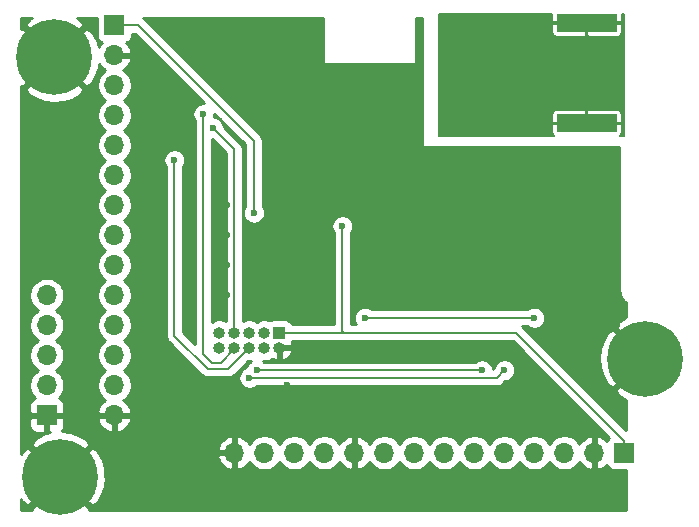
<source format=gbr>
G04 #@! TF.GenerationSoftware,KiCad,Pcbnew,(5.1.5)-3*
G04 #@! TF.CreationDate,2020-02-12T21:54:59-05:00*
G04 #@! TF.ProjectId,BGM210P_Proto,42474d32-3130-4505-9f50-726f746f2e6b,rev?*
G04 #@! TF.SameCoordinates,Original*
G04 #@! TF.FileFunction,Copper,L2,Bot*
G04 #@! TF.FilePolarity,Positive*
%FSLAX46Y46*%
G04 Gerber Fmt 4.6, Leading zero omitted, Abs format (unit mm)*
G04 Created by KiCad (PCBNEW (5.1.5)-3) date 2020-02-12 21:54:59*
%MOMM*%
%LPD*%
G04 APERTURE LIST*
%ADD10C,0.800000*%
%ADD11C,6.400000*%
%ADD12R,5.080000X1.500000*%
%ADD13O,1.700000X1.700000*%
%ADD14R,1.700000X1.700000*%
%ADD15R,1.000000X1.000000*%
%ADD16O,1.000000X1.000000*%
%ADD17C,0.600000*%
%ADD18C,0.200000*%
%ADD19C,0.160000*%
%ADD20C,0.254000*%
G04 APERTURE END LIST*
D10*
X152697056Y-117802944D03*
X151000000Y-117100000D03*
X149302944Y-117802944D03*
X148600000Y-119500000D03*
X149302944Y-121197056D03*
X151000000Y-121900000D03*
X152697056Y-121197056D03*
X153400000Y-119500000D03*
D11*
X151000000Y-119500000D03*
X200500000Y-109500000D03*
D10*
X202900000Y-109500000D03*
X202197056Y-111197056D03*
X200500000Y-111900000D03*
X198802944Y-111197056D03*
X198100000Y-109500000D03*
X198802944Y-107802944D03*
X200500000Y-107100000D03*
X202197056Y-107802944D03*
X152197056Y-82302944D03*
X150500000Y-81600000D03*
X148802944Y-82302944D03*
X148100000Y-84000000D03*
X148802944Y-85697056D03*
X150500000Y-86400000D03*
X152197056Y-85697056D03*
X152900000Y-84000000D03*
D11*
X150500000Y-84000000D03*
D12*
X195580000Y-89594000D03*
X195580000Y-81094000D03*
D13*
X155575000Y-114300000D03*
X155575000Y-111760000D03*
X155575000Y-109220000D03*
X155575000Y-106680000D03*
X155575000Y-104140000D03*
X155575000Y-101600000D03*
X155575000Y-99060000D03*
X155575000Y-96520000D03*
X155575000Y-93980000D03*
X155575000Y-91440000D03*
X155575000Y-88900000D03*
X155575000Y-86360000D03*
X155575000Y-83820000D03*
D14*
X155575000Y-81280000D03*
D15*
X169545000Y-107315000D03*
D16*
X169545000Y-108585000D03*
X168275000Y-107315000D03*
X168275000Y-108585000D03*
X167005000Y-107315000D03*
X167005000Y-108585000D03*
X165735000Y-107315000D03*
X165735000Y-108585000D03*
X164465000Y-107315000D03*
X164465000Y-108585000D03*
D14*
X149860000Y-114300000D03*
D13*
X149860000Y-111760000D03*
X149860000Y-109220000D03*
X149860000Y-106680000D03*
X149860000Y-104140000D03*
D14*
X198755000Y-117475000D03*
D13*
X196215000Y-117475000D03*
X193675000Y-117475000D03*
X191135000Y-117475000D03*
X188595000Y-117475000D03*
X186055000Y-117475000D03*
X183515000Y-117475000D03*
X180975000Y-117475000D03*
X178435000Y-117475000D03*
X175895000Y-117475000D03*
X173355000Y-117475000D03*
X170815000Y-117475000D03*
X168275000Y-117475000D03*
X165735000Y-117475000D03*
D17*
X167386000Y-97155000D03*
X167640000Y-104140000D03*
X170180000Y-104140000D03*
X172720000Y-104140000D03*
X172720000Y-101600000D03*
X170180000Y-101600000D03*
X167640000Y-101600000D03*
X165100000Y-101600000D03*
X165100000Y-99060000D03*
X165100000Y-96520000D03*
X160020000Y-109220000D03*
X162560000Y-111760000D03*
X160020000Y-111760000D03*
X160020000Y-114300000D03*
X162560000Y-114300000D03*
X162560000Y-116840000D03*
X160020000Y-116840000D03*
X165100000Y-114300000D03*
X165100000Y-111760000D03*
X167640000Y-114300000D03*
X170180000Y-111760000D03*
X172720000Y-109220000D03*
X170180000Y-114300000D03*
X172720000Y-114300000D03*
X175260000Y-114300000D03*
X177800000Y-114300000D03*
X180340000Y-114300000D03*
X182880000Y-114300000D03*
X187960000Y-114300000D03*
X190500000Y-114300000D03*
X193040000Y-114300000D03*
X157480000Y-114300000D03*
X157480000Y-111760000D03*
X157480000Y-116840000D03*
X154940000Y-119380000D03*
X154940000Y-121920000D03*
X157480000Y-121920000D03*
X160020000Y-121920000D03*
X162560000Y-121920000D03*
X165100000Y-121920000D03*
X167640000Y-121920000D03*
X170180000Y-121920000D03*
X172720000Y-121920000D03*
X175260000Y-121920000D03*
X177800000Y-121920000D03*
X180340000Y-121920000D03*
X182880000Y-121920000D03*
X185420000Y-121920000D03*
X187960000Y-121920000D03*
X190500000Y-121920000D03*
X193040000Y-121920000D03*
X195580000Y-121920000D03*
X198120000Y-121920000D03*
X198120000Y-119380000D03*
X195580000Y-119380000D03*
X193040000Y-119380000D03*
X190500000Y-119380000D03*
X187960000Y-119380000D03*
X185420000Y-119380000D03*
X182880000Y-119380000D03*
X180340000Y-119380000D03*
X152400000Y-101600000D03*
X149860000Y-101600000D03*
X149860000Y-99060000D03*
X152400000Y-99060000D03*
X152400000Y-96520000D03*
X149860000Y-96520000D03*
X149860000Y-93980000D03*
X152400000Y-93980000D03*
X152400000Y-91440000D03*
X149860000Y-91440000D03*
X149860000Y-88900000D03*
X152400000Y-88900000D03*
X160020000Y-81280000D03*
X165100000Y-81280000D03*
X167640000Y-81280000D03*
X195580000Y-93980000D03*
X195580000Y-96520000D03*
X198120000Y-96520000D03*
X198120000Y-99060000D03*
X195580000Y-99060000D03*
X195580000Y-101600000D03*
X198120000Y-101600000D03*
X195580000Y-104140000D03*
X198120000Y-106680000D03*
X193040000Y-106680000D03*
X195580000Y-109220000D03*
X195580000Y-111760000D03*
X198120000Y-114300000D03*
X182880000Y-104140000D03*
X182880000Y-101600000D03*
X182880000Y-99060000D03*
X182880000Y-96520000D03*
X170180000Y-96520000D03*
X165100000Y-104140000D03*
X175260000Y-86360000D03*
X177800000Y-86360000D03*
X180340000Y-86360000D03*
X180340000Y-88900000D03*
X177800000Y-88900000D03*
X175260000Y-88900000D03*
X175260000Y-91440000D03*
X177800000Y-91440000D03*
X180340000Y-91440000D03*
X187960000Y-96520000D03*
X187960000Y-99060000D03*
X187960000Y-101600000D03*
X187960000Y-104140000D03*
X190500000Y-104140000D03*
X190500000Y-101600000D03*
X190500000Y-99060000D03*
X190500000Y-96520000D03*
X190500000Y-93980000D03*
X177800000Y-96520000D03*
X177800000Y-99060000D03*
X177800000Y-101600000D03*
X177800000Y-104140000D03*
X174879000Y-98298000D03*
X176784000Y-106045000D03*
X191135000Y-106045000D03*
X160655000Y-92710000D03*
X163882145Y-89939682D03*
X163105913Y-88810913D03*
X188595000Y-110490000D03*
X167005000Y-111125000D03*
X186690000Y-110490000D03*
X167640000Y-110490000D03*
X185249992Y-82169000D03*
X186436000Y-84328000D03*
X185250000Y-84328000D03*
X186436000Y-82169000D03*
X187579000Y-82169000D03*
X187579000Y-84328000D03*
X188722000Y-84328000D03*
X188722000Y-82169000D03*
X189738000Y-84963000D03*
X190500000Y-85852000D03*
X191516000Y-86487000D03*
X192659000Y-86487000D03*
X189865000Y-82169000D03*
X190754000Y-82931000D03*
X191516000Y-83693000D03*
X192532000Y-84328000D03*
D18*
X157607000Y-81280000D02*
X155575000Y-81280000D01*
X167386000Y-97155000D02*
X167386000Y-91059000D01*
X167386000Y-91059000D02*
X157607000Y-81280000D01*
X170245000Y-107315000D02*
X169545000Y-107315000D01*
X174752000Y-107315000D02*
X174879000Y-107188000D01*
X174625000Y-107315000D02*
X174752000Y-107315000D01*
X174879000Y-107315000D02*
X174625000Y-107315000D01*
X174625000Y-107315000D02*
X170245000Y-107315000D01*
X174879000Y-107315000D02*
X174879000Y-107188000D01*
X174879000Y-107188000D02*
X174879000Y-98298000D01*
X175006000Y-107315000D02*
X174879000Y-107188000D01*
X175006000Y-107315000D02*
X174879000Y-107315000D01*
X189611000Y-107315000D02*
X175006000Y-107315000D01*
X198755000Y-117475000D02*
X198755000Y-116459000D01*
X198755000Y-116459000D02*
X189611000Y-107315000D01*
D19*
X190246000Y-106045000D02*
X191135000Y-106045000D01*
X176784000Y-106045000D02*
X190246000Y-106045000D01*
X165384990Y-110205010D02*
X166505001Y-109084999D01*
X166505001Y-109084999D02*
X167005000Y-108585000D01*
X160655000Y-92710000D02*
X160655000Y-107174988D01*
X165201600Y-110388400D02*
X165384990Y-110205010D01*
X163474400Y-110388400D02*
X165201600Y-110388400D01*
X160655000Y-107174988D02*
X160655000Y-107569000D01*
X160655000Y-107569000D02*
X163474400Y-110388400D01*
X165735000Y-91792537D02*
X165735000Y-107315000D01*
X163882145Y-89939682D02*
X165735000Y-91792537D01*
X164600001Y-109855000D02*
X165735000Y-108720001D01*
X163830000Y-109855000D02*
X164600001Y-109855000D01*
X165735000Y-108720001D02*
X165735000Y-108585000D01*
X163105913Y-88810913D02*
X163105913Y-109130913D01*
X163105913Y-109130913D02*
X163830000Y-109855000D01*
X188595000Y-110490000D02*
X187960000Y-111125000D01*
X187960000Y-111125000D02*
X167005000Y-111125000D01*
X186690000Y-110490000D02*
X167640000Y-110490000D01*
X185249992Y-82169000D02*
X185249992Y-84327992D01*
X185249992Y-84327992D02*
X185250000Y-84328000D01*
D20*
G36*
X148379330Y-80782445D02*
G01*
X148338912Y-80809452D01*
X147978724Y-81299119D01*
X150500000Y-83820395D01*
X153021276Y-81299119D01*
X152661088Y-80809452D01*
X152385675Y-80660000D01*
X154086928Y-80660000D01*
X154086928Y-82130000D01*
X154099188Y-82254482D01*
X154135498Y-82374180D01*
X154194463Y-82484494D01*
X154273815Y-82581185D01*
X154370506Y-82660537D01*
X154480820Y-82719502D01*
X154561466Y-82743966D01*
X154477412Y-82819731D01*
X154303359Y-83053080D01*
X154251521Y-83161912D01*
X154069452Y-82547792D01*
X153717555Y-81879330D01*
X153690548Y-81838912D01*
X153200881Y-81478724D01*
X150679605Y-84000000D01*
X153200881Y-86521276D01*
X153690548Y-86161088D01*
X154050849Y-85497118D01*
X154274694Y-84775615D01*
X154296083Y-84571645D01*
X154303359Y-84586920D01*
X154477412Y-84820269D01*
X154693645Y-85015178D01*
X154810534Y-85084805D01*
X154628368Y-85206525D01*
X154421525Y-85413368D01*
X154259010Y-85656589D01*
X154147068Y-85926842D01*
X154090000Y-86213740D01*
X154090000Y-86506260D01*
X154147068Y-86793158D01*
X154259010Y-87063411D01*
X154421525Y-87306632D01*
X154628368Y-87513475D01*
X154802760Y-87630000D01*
X154628368Y-87746525D01*
X154421525Y-87953368D01*
X154259010Y-88196589D01*
X154147068Y-88466842D01*
X154090000Y-88753740D01*
X154090000Y-89046260D01*
X154147068Y-89333158D01*
X154259010Y-89603411D01*
X154421525Y-89846632D01*
X154628368Y-90053475D01*
X154802760Y-90170000D01*
X154628368Y-90286525D01*
X154421525Y-90493368D01*
X154259010Y-90736589D01*
X154147068Y-91006842D01*
X154090000Y-91293740D01*
X154090000Y-91586260D01*
X154147068Y-91873158D01*
X154259010Y-92143411D01*
X154421525Y-92386632D01*
X154628368Y-92593475D01*
X154802760Y-92710000D01*
X154628368Y-92826525D01*
X154421525Y-93033368D01*
X154259010Y-93276589D01*
X154147068Y-93546842D01*
X154090000Y-93833740D01*
X154090000Y-94126260D01*
X154147068Y-94413158D01*
X154259010Y-94683411D01*
X154421525Y-94926632D01*
X154628368Y-95133475D01*
X154802760Y-95250000D01*
X154628368Y-95366525D01*
X154421525Y-95573368D01*
X154259010Y-95816589D01*
X154147068Y-96086842D01*
X154090000Y-96373740D01*
X154090000Y-96666260D01*
X154147068Y-96953158D01*
X154259010Y-97223411D01*
X154421525Y-97466632D01*
X154628368Y-97673475D01*
X154802760Y-97790000D01*
X154628368Y-97906525D01*
X154421525Y-98113368D01*
X154259010Y-98356589D01*
X154147068Y-98626842D01*
X154090000Y-98913740D01*
X154090000Y-99206260D01*
X154147068Y-99493158D01*
X154259010Y-99763411D01*
X154421525Y-100006632D01*
X154628368Y-100213475D01*
X154802760Y-100330000D01*
X154628368Y-100446525D01*
X154421525Y-100653368D01*
X154259010Y-100896589D01*
X154147068Y-101166842D01*
X154090000Y-101453740D01*
X154090000Y-101746260D01*
X154147068Y-102033158D01*
X154259010Y-102303411D01*
X154421525Y-102546632D01*
X154628368Y-102753475D01*
X154802760Y-102870000D01*
X154628368Y-102986525D01*
X154421525Y-103193368D01*
X154259010Y-103436589D01*
X154147068Y-103706842D01*
X154090000Y-103993740D01*
X154090000Y-104286260D01*
X154147068Y-104573158D01*
X154259010Y-104843411D01*
X154421525Y-105086632D01*
X154628368Y-105293475D01*
X154802760Y-105410000D01*
X154628368Y-105526525D01*
X154421525Y-105733368D01*
X154259010Y-105976589D01*
X154147068Y-106246842D01*
X154090000Y-106533740D01*
X154090000Y-106826260D01*
X154147068Y-107113158D01*
X154259010Y-107383411D01*
X154421525Y-107626632D01*
X154628368Y-107833475D01*
X154802760Y-107950000D01*
X154628368Y-108066525D01*
X154421525Y-108273368D01*
X154259010Y-108516589D01*
X154147068Y-108786842D01*
X154090000Y-109073740D01*
X154090000Y-109366260D01*
X154147068Y-109653158D01*
X154259010Y-109923411D01*
X154421525Y-110166632D01*
X154628368Y-110373475D01*
X154802760Y-110490000D01*
X154628368Y-110606525D01*
X154421525Y-110813368D01*
X154259010Y-111056589D01*
X154147068Y-111326842D01*
X154090000Y-111613740D01*
X154090000Y-111906260D01*
X154147068Y-112193158D01*
X154259010Y-112463411D01*
X154421525Y-112706632D01*
X154628368Y-112913475D01*
X154810534Y-113035195D01*
X154693645Y-113104822D01*
X154477412Y-113299731D01*
X154303359Y-113533080D01*
X154178175Y-113795901D01*
X154133524Y-113943110D01*
X154254845Y-114173000D01*
X155448000Y-114173000D01*
X155448000Y-114153000D01*
X155702000Y-114153000D01*
X155702000Y-114173000D01*
X156895155Y-114173000D01*
X157016476Y-113943110D01*
X156971825Y-113795901D01*
X156846641Y-113533080D01*
X156672588Y-113299731D01*
X156456355Y-113104822D01*
X156339466Y-113035195D01*
X156521632Y-112913475D01*
X156728475Y-112706632D01*
X156890990Y-112463411D01*
X157002932Y-112193158D01*
X157060000Y-111906260D01*
X157060000Y-111613740D01*
X157002932Y-111326842D01*
X156890990Y-111056589D01*
X156728475Y-110813368D01*
X156521632Y-110606525D01*
X156347240Y-110490000D01*
X156521632Y-110373475D01*
X156728475Y-110166632D01*
X156890990Y-109923411D01*
X157002932Y-109653158D01*
X157060000Y-109366260D01*
X157060000Y-109073740D01*
X157002932Y-108786842D01*
X156890990Y-108516589D01*
X156728475Y-108273368D01*
X156521632Y-108066525D01*
X156347240Y-107950000D01*
X156521632Y-107833475D01*
X156728475Y-107626632D01*
X156890990Y-107383411D01*
X157002932Y-107113158D01*
X157060000Y-106826260D01*
X157060000Y-106533740D01*
X157002932Y-106246842D01*
X156890990Y-105976589D01*
X156728475Y-105733368D01*
X156521632Y-105526525D01*
X156347240Y-105410000D01*
X156521632Y-105293475D01*
X156728475Y-105086632D01*
X156890990Y-104843411D01*
X157002932Y-104573158D01*
X157060000Y-104286260D01*
X157060000Y-103993740D01*
X157002932Y-103706842D01*
X156890990Y-103436589D01*
X156728475Y-103193368D01*
X156521632Y-102986525D01*
X156347240Y-102870000D01*
X156521632Y-102753475D01*
X156728475Y-102546632D01*
X156890990Y-102303411D01*
X157002932Y-102033158D01*
X157060000Y-101746260D01*
X157060000Y-101453740D01*
X157002932Y-101166842D01*
X156890990Y-100896589D01*
X156728475Y-100653368D01*
X156521632Y-100446525D01*
X156347240Y-100330000D01*
X156521632Y-100213475D01*
X156728475Y-100006632D01*
X156890990Y-99763411D01*
X157002932Y-99493158D01*
X157060000Y-99206260D01*
X157060000Y-98913740D01*
X157002932Y-98626842D01*
X156890990Y-98356589D01*
X156728475Y-98113368D01*
X156521632Y-97906525D01*
X156347240Y-97790000D01*
X156521632Y-97673475D01*
X156728475Y-97466632D01*
X156890990Y-97223411D01*
X157002932Y-96953158D01*
X157060000Y-96666260D01*
X157060000Y-96373740D01*
X157002932Y-96086842D01*
X156890990Y-95816589D01*
X156728475Y-95573368D01*
X156521632Y-95366525D01*
X156347240Y-95250000D01*
X156521632Y-95133475D01*
X156728475Y-94926632D01*
X156890990Y-94683411D01*
X157002932Y-94413158D01*
X157060000Y-94126260D01*
X157060000Y-93833740D01*
X157002932Y-93546842D01*
X156890990Y-93276589D01*
X156728475Y-93033368D01*
X156521632Y-92826525D01*
X156347240Y-92710000D01*
X156521632Y-92593475D01*
X156728475Y-92386632D01*
X156890990Y-92143411D01*
X157002932Y-91873158D01*
X157060000Y-91586260D01*
X157060000Y-91293740D01*
X157002932Y-91006842D01*
X156890990Y-90736589D01*
X156728475Y-90493368D01*
X156521632Y-90286525D01*
X156347240Y-90170000D01*
X156521632Y-90053475D01*
X156728475Y-89846632D01*
X156890990Y-89603411D01*
X157002932Y-89333158D01*
X157060000Y-89046260D01*
X157060000Y-88753740D01*
X157002932Y-88466842D01*
X156890990Y-88196589D01*
X156728475Y-87953368D01*
X156521632Y-87746525D01*
X156347240Y-87630000D01*
X156521632Y-87513475D01*
X156728475Y-87306632D01*
X156890990Y-87063411D01*
X157002932Y-86793158D01*
X157060000Y-86506260D01*
X157060000Y-86213740D01*
X157002932Y-85926842D01*
X156890990Y-85656589D01*
X156728475Y-85413368D01*
X156521632Y-85206525D01*
X156339466Y-85084805D01*
X156456355Y-85015178D01*
X156672588Y-84820269D01*
X156846641Y-84586920D01*
X156971825Y-84324099D01*
X157016476Y-84176890D01*
X156895155Y-83947000D01*
X155702000Y-83947000D01*
X155702000Y-83967000D01*
X155448000Y-83967000D01*
X155448000Y-83947000D01*
X155428000Y-83947000D01*
X155428000Y-83693000D01*
X155448000Y-83693000D01*
X155448000Y-83673000D01*
X155702000Y-83673000D01*
X155702000Y-83693000D01*
X156895155Y-83693000D01*
X157016476Y-83463110D01*
X156971825Y-83315901D01*
X156846641Y-83053080D01*
X156672588Y-82819731D01*
X156588534Y-82743966D01*
X156669180Y-82719502D01*
X156779494Y-82660537D01*
X156876185Y-82581185D01*
X156955537Y-82484494D01*
X157014502Y-82374180D01*
X157050812Y-82254482D01*
X157063072Y-82130000D01*
X157063072Y-82015000D01*
X157302554Y-82015000D01*
X163163466Y-87875913D01*
X163013824Y-87875913D01*
X162833184Y-87911845D01*
X162663024Y-87982327D01*
X162509885Y-88084651D01*
X162379651Y-88214885D01*
X162277327Y-88368024D01*
X162206845Y-88538184D01*
X162170913Y-88718824D01*
X162170913Y-88903002D01*
X162206845Y-89083642D01*
X162277327Y-89253802D01*
X162379651Y-89406941D01*
X162390913Y-89418203D01*
X162390914Y-108293752D01*
X161370000Y-107272839D01*
X161370000Y-93317290D01*
X161381262Y-93306028D01*
X161483586Y-93152889D01*
X161554068Y-92982729D01*
X161590000Y-92802089D01*
X161590000Y-92617911D01*
X161554068Y-92437271D01*
X161483586Y-92267111D01*
X161381262Y-92113972D01*
X161251028Y-91983738D01*
X161097889Y-91881414D01*
X160927729Y-91810932D01*
X160747089Y-91775000D01*
X160562911Y-91775000D01*
X160382271Y-91810932D01*
X160212111Y-91881414D01*
X160058972Y-91983738D01*
X159928738Y-92113972D01*
X159826414Y-92267111D01*
X159755932Y-92437271D01*
X159720000Y-92617911D01*
X159720000Y-92802089D01*
X159755932Y-92982729D01*
X159826414Y-93152889D01*
X159928738Y-93306028D01*
X159940000Y-93317290D01*
X159940001Y-107139859D01*
X159940000Y-107139869D01*
X159940000Y-107533890D01*
X159936542Y-107569000D01*
X159940000Y-107604110D01*
X159940000Y-107604120D01*
X159950346Y-107709164D01*
X159991230Y-107843942D01*
X160057623Y-107968154D01*
X160146974Y-108077027D01*
X160174255Y-108099416D01*
X162943988Y-110869151D01*
X162966373Y-110896427D01*
X162993648Y-110918811D01*
X162993652Y-110918815D01*
X163056933Y-110970748D01*
X163075246Y-110985777D01*
X163199458Y-111052170D01*
X163289814Y-111079579D01*
X163334235Y-111093054D01*
X163346348Y-111094247D01*
X163439280Y-111103400D01*
X163439288Y-111103400D01*
X163474400Y-111106858D01*
X163509512Y-111103400D01*
X165166490Y-111103400D01*
X165201600Y-111106858D01*
X165236710Y-111103400D01*
X165236720Y-111103400D01*
X165341764Y-111093054D01*
X165476542Y-111052170D01*
X165600754Y-110985777D01*
X165709627Y-110896427D01*
X165732020Y-110869142D01*
X165915405Y-110685757D01*
X165915409Y-110685752D01*
X166883162Y-109718001D01*
X166893212Y-109720000D01*
X167109431Y-109720000D01*
X167043972Y-109763738D01*
X166913738Y-109893972D01*
X166811414Y-110047111D01*
X166740932Y-110217271D01*
X166739495Y-110224495D01*
X166732271Y-110225932D01*
X166562111Y-110296414D01*
X166408972Y-110398738D01*
X166278738Y-110528972D01*
X166176414Y-110682111D01*
X166105932Y-110852271D01*
X166070000Y-111032911D01*
X166070000Y-111217089D01*
X166105932Y-111397729D01*
X166176414Y-111567889D01*
X166278738Y-111721028D01*
X166408972Y-111851262D01*
X166562111Y-111953586D01*
X166732271Y-112024068D01*
X166912911Y-112060000D01*
X167097089Y-112060000D01*
X167277729Y-112024068D01*
X167447889Y-111953586D01*
X167601028Y-111851262D01*
X167612290Y-111840000D01*
X187924890Y-111840000D01*
X187960000Y-111843458D01*
X187995110Y-111840000D01*
X187995120Y-111840000D01*
X188100164Y-111829654D01*
X188234942Y-111788770D01*
X188359154Y-111722377D01*
X188468027Y-111633027D01*
X188490420Y-111605741D01*
X188671162Y-111425000D01*
X188687089Y-111425000D01*
X188867729Y-111389068D01*
X189037889Y-111318586D01*
X189191028Y-111216262D01*
X189321262Y-111086028D01*
X189423586Y-110932889D01*
X189494068Y-110762729D01*
X189530000Y-110582089D01*
X189530000Y-110397911D01*
X189494068Y-110217271D01*
X189423586Y-110047111D01*
X189321262Y-109893972D01*
X189191028Y-109763738D01*
X189037889Y-109661414D01*
X188867729Y-109590932D01*
X188687089Y-109555000D01*
X188502911Y-109555000D01*
X188322271Y-109590932D01*
X188152111Y-109661414D01*
X187998972Y-109763738D01*
X187868738Y-109893972D01*
X187766414Y-110047111D01*
X187695932Y-110217271D01*
X187660000Y-110397911D01*
X187660000Y-110410000D01*
X187625000Y-110410000D01*
X187625000Y-110397911D01*
X187589068Y-110217271D01*
X187518586Y-110047111D01*
X187416262Y-109893972D01*
X187286028Y-109763738D01*
X187132889Y-109661414D01*
X186962729Y-109590932D01*
X186782089Y-109555000D01*
X186597911Y-109555000D01*
X186417271Y-109590932D01*
X186247111Y-109661414D01*
X186093972Y-109763738D01*
X186082710Y-109775000D01*
X168247290Y-109775000D01*
X168236028Y-109763738D01*
X168170569Y-109720000D01*
X168386788Y-109720000D01*
X168606067Y-109676383D01*
X168812624Y-109590824D01*
X168914658Y-109522647D01*
X168984794Y-109572123D01*
X169188136Y-109662446D01*
X169243126Y-109679119D01*
X169418000Y-109552954D01*
X169418000Y-108712000D01*
X169672000Y-108712000D01*
X169672000Y-109552954D01*
X169846874Y-109679119D01*
X169901864Y-109662446D01*
X170105206Y-109572123D01*
X170287020Y-109443865D01*
X170440318Y-109282601D01*
X170559210Y-109094529D01*
X170639126Y-108886876D01*
X170514129Y-108712000D01*
X169672000Y-108712000D01*
X169418000Y-108712000D01*
X169406974Y-108712000D01*
X169410000Y-108696788D01*
X169410000Y-108473212D01*
X169406974Y-108458000D01*
X169418000Y-108458000D01*
X169418000Y-108453072D01*
X169672000Y-108453072D01*
X169672000Y-108458000D01*
X170514129Y-108458000D01*
X170639126Y-108283124D01*
X170587082Y-108147894D01*
X170634502Y-108059180D01*
X170637287Y-108050000D01*
X174715895Y-108050000D01*
X174752000Y-108053556D01*
X174788105Y-108050000D01*
X174842895Y-108050000D01*
X174879000Y-108053556D01*
X174915105Y-108050000D01*
X174969902Y-108050000D01*
X175005999Y-108053555D01*
X175042096Y-108050000D01*
X189306554Y-108050000D01*
X197443246Y-116186693D01*
X197374463Y-116270506D01*
X197315498Y-116380820D01*
X197291034Y-116461466D01*
X197215269Y-116377412D01*
X196981920Y-116203359D01*
X196719099Y-116078175D01*
X196571890Y-116033524D01*
X196342000Y-116154845D01*
X196342000Y-117348000D01*
X196362000Y-117348000D01*
X196362000Y-117602000D01*
X196342000Y-117602000D01*
X196342000Y-118795155D01*
X196571890Y-118916476D01*
X196719099Y-118871825D01*
X196981920Y-118746641D01*
X197215269Y-118572588D01*
X197291034Y-118488534D01*
X197315498Y-118569180D01*
X197374463Y-118679494D01*
X197453815Y-118776185D01*
X197550506Y-118855537D01*
X197660820Y-118914502D01*
X197780518Y-118950812D01*
X197905000Y-118963072D01*
X198873000Y-118963072D01*
X198873000Y-122340000D01*
X153418943Y-122340000D01*
X153521276Y-122200881D01*
X151000000Y-119679605D01*
X148478724Y-122200881D01*
X148581057Y-122340000D01*
X147660000Y-122340000D01*
X147660000Y-121388074D01*
X147782445Y-121620670D01*
X147809452Y-121661088D01*
X148299119Y-122021276D01*
X150820395Y-119500000D01*
X151179605Y-119500000D01*
X153700881Y-122021276D01*
X154190548Y-121661088D01*
X154550849Y-120997118D01*
X154774694Y-120275615D01*
X154853480Y-119524305D01*
X154784178Y-118772062D01*
X154569452Y-118047792D01*
X154455796Y-117831891D01*
X164293519Y-117831891D01*
X164390843Y-118106252D01*
X164539822Y-118356355D01*
X164734731Y-118572588D01*
X164968080Y-118746641D01*
X165230901Y-118871825D01*
X165378110Y-118916476D01*
X165608000Y-118795155D01*
X165608000Y-117602000D01*
X164414186Y-117602000D01*
X164293519Y-117831891D01*
X154455796Y-117831891D01*
X154217555Y-117379330D01*
X154190548Y-117338912D01*
X153890372Y-117118109D01*
X164293519Y-117118109D01*
X164414186Y-117348000D01*
X165608000Y-117348000D01*
X165608000Y-116154845D01*
X165862000Y-116154845D01*
X165862000Y-117348000D01*
X165882000Y-117348000D01*
X165882000Y-117602000D01*
X165862000Y-117602000D01*
X165862000Y-118795155D01*
X166091890Y-118916476D01*
X166239099Y-118871825D01*
X166501920Y-118746641D01*
X166735269Y-118572588D01*
X166930178Y-118356355D01*
X166999805Y-118239466D01*
X167121525Y-118421632D01*
X167328368Y-118628475D01*
X167571589Y-118790990D01*
X167841842Y-118902932D01*
X168128740Y-118960000D01*
X168421260Y-118960000D01*
X168708158Y-118902932D01*
X168978411Y-118790990D01*
X169221632Y-118628475D01*
X169428475Y-118421632D01*
X169545000Y-118247240D01*
X169661525Y-118421632D01*
X169868368Y-118628475D01*
X170111589Y-118790990D01*
X170381842Y-118902932D01*
X170668740Y-118960000D01*
X170961260Y-118960000D01*
X171248158Y-118902932D01*
X171518411Y-118790990D01*
X171761632Y-118628475D01*
X171968475Y-118421632D01*
X172085000Y-118247240D01*
X172201525Y-118421632D01*
X172408368Y-118628475D01*
X172651589Y-118790990D01*
X172921842Y-118902932D01*
X173208740Y-118960000D01*
X173501260Y-118960000D01*
X173788158Y-118902932D01*
X174058411Y-118790990D01*
X174301632Y-118628475D01*
X174508475Y-118421632D01*
X174630195Y-118239466D01*
X174699822Y-118356355D01*
X174894731Y-118572588D01*
X175128080Y-118746641D01*
X175390901Y-118871825D01*
X175538110Y-118916476D01*
X175768000Y-118795155D01*
X175768000Y-117602000D01*
X175748000Y-117602000D01*
X175748000Y-117348000D01*
X175768000Y-117348000D01*
X175768000Y-116154845D01*
X176022000Y-116154845D01*
X176022000Y-117348000D01*
X176042000Y-117348000D01*
X176042000Y-117602000D01*
X176022000Y-117602000D01*
X176022000Y-118795155D01*
X176251890Y-118916476D01*
X176399099Y-118871825D01*
X176661920Y-118746641D01*
X176895269Y-118572588D01*
X177090178Y-118356355D01*
X177159805Y-118239466D01*
X177281525Y-118421632D01*
X177488368Y-118628475D01*
X177731589Y-118790990D01*
X178001842Y-118902932D01*
X178288740Y-118960000D01*
X178581260Y-118960000D01*
X178868158Y-118902932D01*
X179138411Y-118790990D01*
X179381632Y-118628475D01*
X179588475Y-118421632D01*
X179705000Y-118247240D01*
X179821525Y-118421632D01*
X180028368Y-118628475D01*
X180271589Y-118790990D01*
X180541842Y-118902932D01*
X180828740Y-118960000D01*
X181121260Y-118960000D01*
X181408158Y-118902932D01*
X181678411Y-118790990D01*
X181921632Y-118628475D01*
X182128475Y-118421632D01*
X182245000Y-118247240D01*
X182361525Y-118421632D01*
X182568368Y-118628475D01*
X182811589Y-118790990D01*
X183081842Y-118902932D01*
X183368740Y-118960000D01*
X183661260Y-118960000D01*
X183948158Y-118902932D01*
X184218411Y-118790990D01*
X184461632Y-118628475D01*
X184668475Y-118421632D01*
X184785000Y-118247240D01*
X184901525Y-118421632D01*
X185108368Y-118628475D01*
X185351589Y-118790990D01*
X185621842Y-118902932D01*
X185908740Y-118960000D01*
X186201260Y-118960000D01*
X186488158Y-118902932D01*
X186758411Y-118790990D01*
X187001632Y-118628475D01*
X187208475Y-118421632D01*
X187325000Y-118247240D01*
X187441525Y-118421632D01*
X187648368Y-118628475D01*
X187891589Y-118790990D01*
X188161842Y-118902932D01*
X188448740Y-118960000D01*
X188741260Y-118960000D01*
X189028158Y-118902932D01*
X189298411Y-118790990D01*
X189541632Y-118628475D01*
X189748475Y-118421632D01*
X189865000Y-118247240D01*
X189981525Y-118421632D01*
X190188368Y-118628475D01*
X190431589Y-118790990D01*
X190701842Y-118902932D01*
X190988740Y-118960000D01*
X191281260Y-118960000D01*
X191568158Y-118902932D01*
X191838411Y-118790990D01*
X192081632Y-118628475D01*
X192288475Y-118421632D01*
X192405000Y-118247240D01*
X192521525Y-118421632D01*
X192728368Y-118628475D01*
X192971589Y-118790990D01*
X193241842Y-118902932D01*
X193528740Y-118960000D01*
X193821260Y-118960000D01*
X194108158Y-118902932D01*
X194378411Y-118790990D01*
X194621632Y-118628475D01*
X194828475Y-118421632D01*
X194950195Y-118239466D01*
X195019822Y-118356355D01*
X195214731Y-118572588D01*
X195448080Y-118746641D01*
X195710901Y-118871825D01*
X195858110Y-118916476D01*
X196088000Y-118795155D01*
X196088000Y-117602000D01*
X196068000Y-117602000D01*
X196068000Y-117348000D01*
X196088000Y-117348000D01*
X196088000Y-116154845D01*
X195858110Y-116033524D01*
X195710901Y-116078175D01*
X195448080Y-116203359D01*
X195214731Y-116377412D01*
X195019822Y-116593645D01*
X194950195Y-116710534D01*
X194828475Y-116528368D01*
X194621632Y-116321525D01*
X194378411Y-116159010D01*
X194108158Y-116047068D01*
X193821260Y-115990000D01*
X193528740Y-115990000D01*
X193241842Y-116047068D01*
X192971589Y-116159010D01*
X192728368Y-116321525D01*
X192521525Y-116528368D01*
X192405000Y-116702760D01*
X192288475Y-116528368D01*
X192081632Y-116321525D01*
X191838411Y-116159010D01*
X191568158Y-116047068D01*
X191281260Y-115990000D01*
X190988740Y-115990000D01*
X190701842Y-116047068D01*
X190431589Y-116159010D01*
X190188368Y-116321525D01*
X189981525Y-116528368D01*
X189865000Y-116702760D01*
X189748475Y-116528368D01*
X189541632Y-116321525D01*
X189298411Y-116159010D01*
X189028158Y-116047068D01*
X188741260Y-115990000D01*
X188448740Y-115990000D01*
X188161842Y-116047068D01*
X187891589Y-116159010D01*
X187648368Y-116321525D01*
X187441525Y-116528368D01*
X187325000Y-116702760D01*
X187208475Y-116528368D01*
X187001632Y-116321525D01*
X186758411Y-116159010D01*
X186488158Y-116047068D01*
X186201260Y-115990000D01*
X185908740Y-115990000D01*
X185621842Y-116047068D01*
X185351589Y-116159010D01*
X185108368Y-116321525D01*
X184901525Y-116528368D01*
X184785000Y-116702760D01*
X184668475Y-116528368D01*
X184461632Y-116321525D01*
X184218411Y-116159010D01*
X183948158Y-116047068D01*
X183661260Y-115990000D01*
X183368740Y-115990000D01*
X183081842Y-116047068D01*
X182811589Y-116159010D01*
X182568368Y-116321525D01*
X182361525Y-116528368D01*
X182245000Y-116702760D01*
X182128475Y-116528368D01*
X181921632Y-116321525D01*
X181678411Y-116159010D01*
X181408158Y-116047068D01*
X181121260Y-115990000D01*
X180828740Y-115990000D01*
X180541842Y-116047068D01*
X180271589Y-116159010D01*
X180028368Y-116321525D01*
X179821525Y-116528368D01*
X179705000Y-116702760D01*
X179588475Y-116528368D01*
X179381632Y-116321525D01*
X179138411Y-116159010D01*
X178868158Y-116047068D01*
X178581260Y-115990000D01*
X178288740Y-115990000D01*
X178001842Y-116047068D01*
X177731589Y-116159010D01*
X177488368Y-116321525D01*
X177281525Y-116528368D01*
X177159805Y-116710534D01*
X177090178Y-116593645D01*
X176895269Y-116377412D01*
X176661920Y-116203359D01*
X176399099Y-116078175D01*
X176251890Y-116033524D01*
X176022000Y-116154845D01*
X175768000Y-116154845D01*
X175538110Y-116033524D01*
X175390901Y-116078175D01*
X175128080Y-116203359D01*
X174894731Y-116377412D01*
X174699822Y-116593645D01*
X174630195Y-116710534D01*
X174508475Y-116528368D01*
X174301632Y-116321525D01*
X174058411Y-116159010D01*
X173788158Y-116047068D01*
X173501260Y-115990000D01*
X173208740Y-115990000D01*
X172921842Y-116047068D01*
X172651589Y-116159010D01*
X172408368Y-116321525D01*
X172201525Y-116528368D01*
X172085000Y-116702760D01*
X171968475Y-116528368D01*
X171761632Y-116321525D01*
X171518411Y-116159010D01*
X171248158Y-116047068D01*
X170961260Y-115990000D01*
X170668740Y-115990000D01*
X170381842Y-116047068D01*
X170111589Y-116159010D01*
X169868368Y-116321525D01*
X169661525Y-116528368D01*
X169545000Y-116702760D01*
X169428475Y-116528368D01*
X169221632Y-116321525D01*
X168978411Y-116159010D01*
X168708158Y-116047068D01*
X168421260Y-115990000D01*
X168128740Y-115990000D01*
X167841842Y-116047068D01*
X167571589Y-116159010D01*
X167328368Y-116321525D01*
X167121525Y-116528368D01*
X166999805Y-116710534D01*
X166930178Y-116593645D01*
X166735269Y-116377412D01*
X166501920Y-116203359D01*
X166239099Y-116078175D01*
X166091890Y-116033524D01*
X165862000Y-116154845D01*
X165608000Y-116154845D01*
X165378110Y-116033524D01*
X165230901Y-116078175D01*
X164968080Y-116203359D01*
X164734731Y-116377412D01*
X164539822Y-116593645D01*
X164390843Y-116843748D01*
X164293519Y-117118109D01*
X153890372Y-117118109D01*
X153700881Y-116978724D01*
X151179605Y-119500000D01*
X150820395Y-119500000D01*
X148299119Y-116978724D01*
X147809452Y-117338912D01*
X147660000Y-117614325D01*
X147660000Y-116799119D01*
X148478724Y-116799119D01*
X151000000Y-119320395D01*
X153521276Y-116799119D01*
X153161088Y-116309452D01*
X152497118Y-115949151D01*
X151775615Y-115725306D01*
X151096694Y-115654111D01*
X151161185Y-115601185D01*
X151240537Y-115504494D01*
X151299502Y-115394180D01*
X151335812Y-115274482D01*
X151348072Y-115150000D01*
X151345388Y-114656890D01*
X154133524Y-114656890D01*
X154178175Y-114804099D01*
X154303359Y-115066920D01*
X154477412Y-115300269D01*
X154693645Y-115495178D01*
X154943748Y-115644157D01*
X155218109Y-115741481D01*
X155448000Y-115620814D01*
X155448000Y-114427000D01*
X155702000Y-114427000D01*
X155702000Y-115620814D01*
X155931891Y-115741481D01*
X156206252Y-115644157D01*
X156456355Y-115495178D01*
X156672588Y-115300269D01*
X156846641Y-115066920D01*
X156971825Y-114804099D01*
X157016476Y-114656890D01*
X156895155Y-114427000D01*
X155702000Y-114427000D01*
X155448000Y-114427000D01*
X154254845Y-114427000D01*
X154133524Y-114656890D01*
X151345388Y-114656890D01*
X151345000Y-114585750D01*
X151186250Y-114427000D01*
X149987000Y-114427000D01*
X149987000Y-115626250D01*
X150121276Y-115760526D01*
X149547792Y-115930548D01*
X148879330Y-116282445D01*
X148838912Y-116309452D01*
X148478724Y-116799119D01*
X147660000Y-116799119D01*
X147660000Y-115150000D01*
X148371928Y-115150000D01*
X148384188Y-115274482D01*
X148420498Y-115394180D01*
X148479463Y-115504494D01*
X148558815Y-115601185D01*
X148655506Y-115680537D01*
X148765820Y-115739502D01*
X148885518Y-115775812D01*
X149010000Y-115788072D01*
X149574250Y-115785000D01*
X149733000Y-115626250D01*
X149733000Y-114427000D01*
X148533750Y-114427000D01*
X148375000Y-114585750D01*
X148371928Y-115150000D01*
X147660000Y-115150000D01*
X147660000Y-113450000D01*
X148371928Y-113450000D01*
X148375000Y-114014250D01*
X148533750Y-114173000D01*
X149733000Y-114173000D01*
X149733000Y-114153000D01*
X149987000Y-114153000D01*
X149987000Y-114173000D01*
X151186250Y-114173000D01*
X151345000Y-114014250D01*
X151348072Y-113450000D01*
X151335812Y-113325518D01*
X151299502Y-113205820D01*
X151240537Y-113095506D01*
X151161185Y-112998815D01*
X151064494Y-112919463D01*
X150954180Y-112860498D01*
X150881620Y-112838487D01*
X151013475Y-112706632D01*
X151175990Y-112463411D01*
X151287932Y-112193158D01*
X151345000Y-111906260D01*
X151345000Y-111613740D01*
X151287932Y-111326842D01*
X151175990Y-111056589D01*
X151013475Y-110813368D01*
X150806632Y-110606525D01*
X150632240Y-110490000D01*
X150806632Y-110373475D01*
X151013475Y-110166632D01*
X151175990Y-109923411D01*
X151287932Y-109653158D01*
X151345000Y-109366260D01*
X151345000Y-109073740D01*
X151287932Y-108786842D01*
X151175990Y-108516589D01*
X151013475Y-108273368D01*
X150806632Y-108066525D01*
X150632240Y-107950000D01*
X150806632Y-107833475D01*
X151013475Y-107626632D01*
X151175990Y-107383411D01*
X151287932Y-107113158D01*
X151345000Y-106826260D01*
X151345000Y-106533740D01*
X151287932Y-106246842D01*
X151175990Y-105976589D01*
X151013475Y-105733368D01*
X150806632Y-105526525D01*
X150632240Y-105410000D01*
X150806632Y-105293475D01*
X151013475Y-105086632D01*
X151175990Y-104843411D01*
X151287932Y-104573158D01*
X151345000Y-104286260D01*
X151345000Y-103993740D01*
X151287932Y-103706842D01*
X151175990Y-103436589D01*
X151013475Y-103193368D01*
X150806632Y-102986525D01*
X150563411Y-102824010D01*
X150293158Y-102712068D01*
X150006260Y-102655000D01*
X149713740Y-102655000D01*
X149426842Y-102712068D01*
X149156589Y-102824010D01*
X148913368Y-102986525D01*
X148706525Y-103193368D01*
X148544010Y-103436589D01*
X148432068Y-103706842D01*
X148375000Y-103993740D01*
X148375000Y-104286260D01*
X148432068Y-104573158D01*
X148544010Y-104843411D01*
X148706525Y-105086632D01*
X148913368Y-105293475D01*
X149087760Y-105410000D01*
X148913368Y-105526525D01*
X148706525Y-105733368D01*
X148544010Y-105976589D01*
X148432068Y-106246842D01*
X148375000Y-106533740D01*
X148375000Y-106826260D01*
X148432068Y-107113158D01*
X148544010Y-107383411D01*
X148706525Y-107626632D01*
X148913368Y-107833475D01*
X149087760Y-107950000D01*
X148913368Y-108066525D01*
X148706525Y-108273368D01*
X148544010Y-108516589D01*
X148432068Y-108786842D01*
X148375000Y-109073740D01*
X148375000Y-109366260D01*
X148432068Y-109653158D01*
X148544010Y-109923411D01*
X148706525Y-110166632D01*
X148913368Y-110373475D01*
X149087760Y-110490000D01*
X148913368Y-110606525D01*
X148706525Y-110813368D01*
X148544010Y-111056589D01*
X148432068Y-111326842D01*
X148375000Y-111613740D01*
X148375000Y-111906260D01*
X148432068Y-112193158D01*
X148544010Y-112463411D01*
X148706525Y-112706632D01*
X148838380Y-112838487D01*
X148765820Y-112860498D01*
X148655506Y-112919463D01*
X148558815Y-112998815D01*
X148479463Y-113095506D01*
X148420498Y-113205820D01*
X148384188Y-113325518D01*
X148371928Y-113450000D01*
X147660000Y-113450000D01*
X147660000Y-86700881D01*
X147978724Y-86700881D01*
X148338912Y-87190548D01*
X149002882Y-87550849D01*
X149724385Y-87774694D01*
X150475695Y-87853480D01*
X151227938Y-87784178D01*
X151952208Y-87569452D01*
X152620670Y-87217555D01*
X152661088Y-87190548D01*
X153021276Y-86700881D01*
X150500000Y-84179605D01*
X147978724Y-86700881D01*
X147660000Y-86700881D01*
X147660000Y-86418943D01*
X147799119Y-86521276D01*
X150320395Y-84000000D01*
X147799119Y-81478724D01*
X147660000Y-81581057D01*
X147660000Y-80660000D01*
X148611926Y-80660000D01*
X148379330Y-80782445D01*
G37*
X148379330Y-80782445D02*
X148338912Y-80809452D01*
X147978724Y-81299119D01*
X150500000Y-83820395D01*
X153021276Y-81299119D01*
X152661088Y-80809452D01*
X152385675Y-80660000D01*
X154086928Y-80660000D01*
X154086928Y-82130000D01*
X154099188Y-82254482D01*
X154135498Y-82374180D01*
X154194463Y-82484494D01*
X154273815Y-82581185D01*
X154370506Y-82660537D01*
X154480820Y-82719502D01*
X154561466Y-82743966D01*
X154477412Y-82819731D01*
X154303359Y-83053080D01*
X154251521Y-83161912D01*
X154069452Y-82547792D01*
X153717555Y-81879330D01*
X153690548Y-81838912D01*
X153200881Y-81478724D01*
X150679605Y-84000000D01*
X153200881Y-86521276D01*
X153690548Y-86161088D01*
X154050849Y-85497118D01*
X154274694Y-84775615D01*
X154296083Y-84571645D01*
X154303359Y-84586920D01*
X154477412Y-84820269D01*
X154693645Y-85015178D01*
X154810534Y-85084805D01*
X154628368Y-85206525D01*
X154421525Y-85413368D01*
X154259010Y-85656589D01*
X154147068Y-85926842D01*
X154090000Y-86213740D01*
X154090000Y-86506260D01*
X154147068Y-86793158D01*
X154259010Y-87063411D01*
X154421525Y-87306632D01*
X154628368Y-87513475D01*
X154802760Y-87630000D01*
X154628368Y-87746525D01*
X154421525Y-87953368D01*
X154259010Y-88196589D01*
X154147068Y-88466842D01*
X154090000Y-88753740D01*
X154090000Y-89046260D01*
X154147068Y-89333158D01*
X154259010Y-89603411D01*
X154421525Y-89846632D01*
X154628368Y-90053475D01*
X154802760Y-90170000D01*
X154628368Y-90286525D01*
X154421525Y-90493368D01*
X154259010Y-90736589D01*
X154147068Y-91006842D01*
X154090000Y-91293740D01*
X154090000Y-91586260D01*
X154147068Y-91873158D01*
X154259010Y-92143411D01*
X154421525Y-92386632D01*
X154628368Y-92593475D01*
X154802760Y-92710000D01*
X154628368Y-92826525D01*
X154421525Y-93033368D01*
X154259010Y-93276589D01*
X154147068Y-93546842D01*
X154090000Y-93833740D01*
X154090000Y-94126260D01*
X154147068Y-94413158D01*
X154259010Y-94683411D01*
X154421525Y-94926632D01*
X154628368Y-95133475D01*
X154802760Y-95250000D01*
X154628368Y-95366525D01*
X154421525Y-95573368D01*
X154259010Y-95816589D01*
X154147068Y-96086842D01*
X154090000Y-96373740D01*
X154090000Y-96666260D01*
X154147068Y-96953158D01*
X154259010Y-97223411D01*
X154421525Y-97466632D01*
X154628368Y-97673475D01*
X154802760Y-97790000D01*
X154628368Y-97906525D01*
X154421525Y-98113368D01*
X154259010Y-98356589D01*
X154147068Y-98626842D01*
X154090000Y-98913740D01*
X154090000Y-99206260D01*
X154147068Y-99493158D01*
X154259010Y-99763411D01*
X154421525Y-100006632D01*
X154628368Y-100213475D01*
X154802760Y-100330000D01*
X154628368Y-100446525D01*
X154421525Y-100653368D01*
X154259010Y-100896589D01*
X154147068Y-101166842D01*
X154090000Y-101453740D01*
X154090000Y-101746260D01*
X154147068Y-102033158D01*
X154259010Y-102303411D01*
X154421525Y-102546632D01*
X154628368Y-102753475D01*
X154802760Y-102870000D01*
X154628368Y-102986525D01*
X154421525Y-103193368D01*
X154259010Y-103436589D01*
X154147068Y-103706842D01*
X154090000Y-103993740D01*
X154090000Y-104286260D01*
X154147068Y-104573158D01*
X154259010Y-104843411D01*
X154421525Y-105086632D01*
X154628368Y-105293475D01*
X154802760Y-105410000D01*
X154628368Y-105526525D01*
X154421525Y-105733368D01*
X154259010Y-105976589D01*
X154147068Y-106246842D01*
X154090000Y-106533740D01*
X154090000Y-106826260D01*
X154147068Y-107113158D01*
X154259010Y-107383411D01*
X154421525Y-107626632D01*
X154628368Y-107833475D01*
X154802760Y-107950000D01*
X154628368Y-108066525D01*
X154421525Y-108273368D01*
X154259010Y-108516589D01*
X154147068Y-108786842D01*
X154090000Y-109073740D01*
X154090000Y-109366260D01*
X154147068Y-109653158D01*
X154259010Y-109923411D01*
X154421525Y-110166632D01*
X154628368Y-110373475D01*
X154802760Y-110490000D01*
X154628368Y-110606525D01*
X154421525Y-110813368D01*
X154259010Y-111056589D01*
X154147068Y-111326842D01*
X154090000Y-111613740D01*
X154090000Y-111906260D01*
X154147068Y-112193158D01*
X154259010Y-112463411D01*
X154421525Y-112706632D01*
X154628368Y-112913475D01*
X154810534Y-113035195D01*
X154693645Y-113104822D01*
X154477412Y-113299731D01*
X154303359Y-113533080D01*
X154178175Y-113795901D01*
X154133524Y-113943110D01*
X154254845Y-114173000D01*
X155448000Y-114173000D01*
X155448000Y-114153000D01*
X155702000Y-114153000D01*
X155702000Y-114173000D01*
X156895155Y-114173000D01*
X157016476Y-113943110D01*
X156971825Y-113795901D01*
X156846641Y-113533080D01*
X156672588Y-113299731D01*
X156456355Y-113104822D01*
X156339466Y-113035195D01*
X156521632Y-112913475D01*
X156728475Y-112706632D01*
X156890990Y-112463411D01*
X157002932Y-112193158D01*
X157060000Y-111906260D01*
X157060000Y-111613740D01*
X157002932Y-111326842D01*
X156890990Y-111056589D01*
X156728475Y-110813368D01*
X156521632Y-110606525D01*
X156347240Y-110490000D01*
X156521632Y-110373475D01*
X156728475Y-110166632D01*
X156890990Y-109923411D01*
X157002932Y-109653158D01*
X157060000Y-109366260D01*
X157060000Y-109073740D01*
X157002932Y-108786842D01*
X156890990Y-108516589D01*
X156728475Y-108273368D01*
X156521632Y-108066525D01*
X156347240Y-107950000D01*
X156521632Y-107833475D01*
X156728475Y-107626632D01*
X156890990Y-107383411D01*
X157002932Y-107113158D01*
X157060000Y-106826260D01*
X157060000Y-106533740D01*
X157002932Y-106246842D01*
X156890990Y-105976589D01*
X156728475Y-105733368D01*
X156521632Y-105526525D01*
X156347240Y-105410000D01*
X156521632Y-105293475D01*
X156728475Y-105086632D01*
X156890990Y-104843411D01*
X157002932Y-104573158D01*
X157060000Y-104286260D01*
X157060000Y-103993740D01*
X157002932Y-103706842D01*
X156890990Y-103436589D01*
X156728475Y-103193368D01*
X156521632Y-102986525D01*
X156347240Y-102870000D01*
X156521632Y-102753475D01*
X156728475Y-102546632D01*
X156890990Y-102303411D01*
X157002932Y-102033158D01*
X157060000Y-101746260D01*
X157060000Y-101453740D01*
X157002932Y-101166842D01*
X156890990Y-100896589D01*
X156728475Y-100653368D01*
X156521632Y-100446525D01*
X156347240Y-100330000D01*
X156521632Y-100213475D01*
X156728475Y-100006632D01*
X156890990Y-99763411D01*
X157002932Y-99493158D01*
X157060000Y-99206260D01*
X157060000Y-98913740D01*
X157002932Y-98626842D01*
X156890990Y-98356589D01*
X156728475Y-98113368D01*
X156521632Y-97906525D01*
X156347240Y-97790000D01*
X156521632Y-97673475D01*
X156728475Y-97466632D01*
X156890990Y-97223411D01*
X157002932Y-96953158D01*
X157060000Y-96666260D01*
X157060000Y-96373740D01*
X157002932Y-96086842D01*
X156890990Y-95816589D01*
X156728475Y-95573368D01*
X156521632Y-95366525D01*
X156347240Y-95250000D01*
X156521632Y-95133475D01*
X156728475Y-94926632D01*
X156890990Y-94683411D01*
X157002932Y-94413158D01*
X157060000Y-94126260D01*
X157060000Y-93833740D01*
X157002932Y-93546842D01*
X156890990Y-93276589D01*
X156728475Y-93033368D01*
X156521632Y-92826525D01*
X156347240Y-92710000D01*
X156521632Y-92593475D01*
X156728475Y-92386632D01*
X156890990Y-92143411D01*
X157002932Y-91873158D01*
X157060000Y-91586260D01*
X157060000Y-91293740D01*
X157002932Y-91006842D01*
X156890990Y-90736589D01*
X156728475Y-90493368D01*
X156521632Y-90286525D01*
X156347240Y-90170000D01*
X156521632Y-90053475D01*
X156728475Y-89846632D01*
X156890990Y-89603411D01*
X157002932Y-89333158D01*
X157060000Y-89046260D01*
X157060000Y-88753740D01*
X157002932Y-88466842D01*
X156890990Y-88196589D01*
X156728475Y-87953368D01*
X156521632Y-87746525D01*
X156347240Y-87630000D01*
X156521632Y-87513475D01*
X156728475Y-87306632D01*
X156890990Y-87063411D01*
X157002932Y-86793158D01*
X157060000Y-86506260D01*
X157060000Y-86213740D01*
X157002932Y-85926842D01*
X156890990Y-85656589D01*
X156728475Y-85413368D01*
X156521632Y-85206525D01*
X156339466Y-85084805D01*
X156456355Y-85015178D01*
X156672588Y-84820269D01*
X156846641Y-84586920D01*
X156971825Y-84324099D01*
X157016476Y-84176890D01*
X156895155Y-83947000D01*
X155702000Y-83947000D01*
X155702000Y-83967000D01*
X155448000Y-83967000D01*
X155448000Y-83947000D01*
X155428000Y-83947000D01*
X155428000Y-83693000D01*
X155448000Y-83693000D01*
X155448000Y-83673000D01*
X155702000Y-83673000D01*
X155702000Y-83693000D01*
X156895155Y-83693000D01*
X157016476Y-83463110D01*
X156971825Y-83315901D01*
X156846641Y-83053080D01*
X156672588Y-82819731D01*
X156588534Y-82743966D01*
X156669180Y-82719502D01*
X156779494Y-82660537D01*
X156876185Y-82581185D01*
X156955537Y-82484494D01*
X157014502Y-82374180D01*
X157050812Y-82254482D01*
X157063072Y-82130000D01*
X157063072Y-82015000D01*
X157302554Y-82015000D01*
X163163466Y-87875913D01*
X163013824Y-87875913D01*
X162833184Y-87911845D01*
X162663024Y-87982327D01*
X162509885Y-88084651D01*
X162379651Y-88214885D01*
X162277327Y-88368024D01*
X162206845Y-88538184D01*
X162170913Y-88718824D01*
X162170913Y-88903002D01*
X162206845Y-89083642D01*
X162277327Y-89253802D01*
X162379651Y-89406941D01*
X162390913Y-89418203D01*
X162390914Y-108293752D01*
X161370000Y-107272839D01*
X161370000Y-93317290D01*
X161381262Y-93306028D01*
X161483586Y-93152889D01*
X161554068Y-92982729D01*
X161590000Y-92802089D01*
X161590000Y-92617911D01*
X161554068Y-92437271D01*
X161483586Y-92267111D01*
X161381262Y-92113972D01*
X161251028Y-91983738D01*
X161097889Y-91881414D01*
X160927729Y-91810932D01*
X160747089Y-91775000D01*
X160562911Y-91775000D01*
X160382271Y-91810932D01*
X160212111Y-91881414D01*
X160058972Y-91983738D01*
X159928738Y-92113972D01*
X159826414Y-92267111D01*
X159755932Y-92437271D01*
X159720000Y-92617911D01*
X159720000Y-92802089D01*
X159755932Y-92982729D01*
X159826414Y-93152889D01*
X159928738Y-93306028D01*
X159940000Y-93317290D01*
X159940001Y-107139859D01*
X159940000Y-107139869D01*
X159940000Y-107533890D01*
X159936542Y-107569000D01*
X159940000Y-107604110D01*
X159940000Y-107604120D01*
X159950346Y-107709164D01*
X159991230Y-107843942D01*
X160057623Y-107968154D01*
X160146974Y-108077027D01*
X160174255Y-108099416D01*
X162943988Y-110869151D01*
X162966373Y-110896427D01*
X162993648Y-110918811D01*
X162993652Y-110918815D01*
X163056933Y-110970748D01*
X163075246Y-110985777D01*
X163199458Y-111052170D01*
X163289814Y-111079579D01*
X163334235Y-111093054D01*
X163346348Y-111094247D01*
X163439280Y-111103400D01*
X163439288Y-111103400D01*
X163474400Y-111106858D01*
X163509512Y-111103400D01*
X165166490Y-111103400D01*
X165201600Y-111106858D01*
X165236710Y-111103400D01*
X165236720Y-111103400D01*
X165341764Y-111093054D01*
X165476542Y-111052170D01*
X165600754Y-110985777D01*
X165709627Y-110896427D01*
X165732020Y-110869142D01*
X165915405Y-110685757D01*
X165915409Y-110685752D01*
X166883162Y-109718001D01*
X166893212Y-109720000D01*
X167109431Y-109720000D01*
X167043972Y-109763738D01*
X166913738Y-109893972D01*
X166811414Y-110047111D01*
X166740932Y-110217271D01*
X166739495Y-110224495D01*
X166732271Y-110225932D01*
X166562111Y-110296414D01*
X166408972Y-110398738D01*
X166278738Y-110528972D01*
X166176414Y-110682111D01*
X166105932Y-110852271D01*
X166070000Y-111032911D01*
X166070000Y-111217089D01*
X166105932Y-111397729D01*
X166176414Y-111567889D01*
X166278738Y-111721028D01*
X166408972Y-111851262D01*
X166562111Y-111953586D01*
X166732271Y-112024068D01*
X166912911Y-112060000D01*
X167097089Y-112060000D01*
X167277729Y-112024068D01*
X167447889Y-111953586D01*
X167601028Y-111851262D01*
X167612290Y-111840000D01*
X187924890Y-111840000D01*
X187960000Y-111843458D01*
X187995110Y-111840000D01*
X187995120Y-111840000D01*
X188100164Y-111829654D01*
X188234942Y-111788770D01*
X188359154Y-111722377D01*
X188468027Y-111633027D01*
X188490420Y-111605741D01*
X188671162Y-111425000D01*
X188687089Y-111425000D01*
X188867729Y-111389068D01*
X189037889Y-111318586D01*
X189191028Y-111216262D01*
X189321262Y-111086028D01*
X189423586Y-110932889D01*
X189494068Y-110762729D01*
X189530000Y-110582089D01*
X189530000Y-110397911D01*
X189494068Y-110217271D01*
X189423586Y-110047111D01*
X189321262Y-109893972D01*
X189191028Y-109763738D01*
X189037889Y-109661414D01*
X188867729Y-109590932D01*
X188687089Y-109555000D01*
X188502911Y-109555000D01*
X188322271Y-109590932D01*
X188152111Y-109661414D01*
X187998972Y-109763738D01*
X187868738Y-109893972D01*
X187766414Y-110047111D01*
X187695932Y-110217271D01*
X187660000Y-110397911D01*
X187660000Y-110410000D01*
X187625000Y-110410000D01*
X187625000Y-110397911D01*
X187589068Y-110217271D01*
X187518586Y-110047111D01*
X187416262Y-109893972D01*
X187286028Y-109763738D01*
X187132889Y-109661414D01*
X186962729Y-109590932D01*
X186782089Y-109555000D01*
X186597911Y-109555000D01*
X186417271Y-109590932D01*
X186247111Y-109661414D01*
X186093972Y-109763738D01*
X186082710Y-109775000D01*
X168247290Y-109775000D01*
X168236028Y-109763738D01*
X168170569Y-109720000D01*
X168386788Y-109720000D01*
X168606067Y-109676383D01*
X168812624Y-109590824D01*
X168914658Y-109522647D01*
X168984794Y-109572123D01*
X169188136Y-109662446D01*
X169243126Y-109679119D01*
X169418000Y-109552954D01*
X169418000Y-108712000D01*
X169672000Y-108712000D01*
X169672000Y-109552954D01*
X169846874Y-109679119D01*
X169901864Y-109662446D01*
X170105206Y-109572123D01*
X170287020Y-109443865D01*
X170440318Y-109282601D01*
X170559210Y-109094529D01*
X170639126Y-108886876D01*
X170514129Y-108712000D01*
X169672000Y-108712000D01*
X169418000Y-108712000D01*
X169406974Y-108712000D01*
X169410000Y-108696788D01*
X169410000Y-108473212D01*
X169406974Y-108458000D01*
X169418000Y-108458000D01*
X169418000Y-108453072D01*
X169672000Y-108453072D01*
X169672000Y-108458000D01*
X170514129Y-108458000D01*
X170639126Y-108283124D01*
X170587082Y-108147894D01*
X170634502Y-108059180D01*
X170637287Y-108050000D01*
X174715895Y-108050000D01*
X174752000Y-108053556D01*
X174788105Y-108050000D01*
X174842895Y-108050000D01*
X174879000Y-108053556D01*
X174915105Y-108050000D01*
X174969902Y-108050000D01*
X175005999Y-108053555D01*
X175042096Y-108050000D01*
X189306554Y-108050000D01*
X197443246Y-116186693D01*
X197374463Y-116270506D01*
X197315498Y-116380820D01*
X197291034Y-116461466D01*
X197215269Y-116377412D01*
X196981920Y-116203359D01*
X196719099Y-116078175D01*
X196571890Y-116033524D01*
X196342000Y-116154845D01*
X196342000Y-117348000D01*
X196362000Y-117348000D01*
X196362000Y-117602000D01*
X196342000Y-117602000D01*
X196342000Y-118795155D01*
X196571890Y-118916476D01*
X196719099Y-118871825D01*
X196981920Y-118746641D01*
X197215269Y-118572588D01*
X197291034Y-118488534D01*
X197315498Y-118569180D01*
X197374463Y-118679494D01*
X197453815Y-118776185D01*
X197550506Y-118855537D01*
X197660820Y-118914502D01*
X197780518Y-118950812D01*
X197905000Y-118963072D01*
X198873000Y-118963072D01*
X198873000Y-122340000D01*
X153418943Y-122340000D01*
X153521276Y-122200881D01*
X151000000Y-119679605D01*
X148478724Y-122200881D01*
X148581057Y-122340000D01*
X147660000Y-122340000D01*
X147660000Y-121388074D01*
X147782445Y-121620670D01*
X147809452Y-121661088D01*
X148299119Y-122021276D01*
X150820395Y-119500000D01*
X151179605Y-119500000D01*
X153700881Y-122021276D01*
X154190548Y-121661088D01*
X154550849Y-120997118D01*
X154774694Y-120275615D01*
X154853480Y-119524305D01*
X154784178Y-118772062D01*
X154569452Y-118047792D01*
X154455796Y-117831891D01*
X164293519Y-117831891D01*
X164390843Y-118106252D01*
X164539822Y-118356355D01*
X164734731Y-118572588D01*
X164968080Y-118746641D01*
X165230901Y-118871825D01*
X165378110Y-118916476D01*
X165608000Y-118795155D01*
X165608000Y-117602000D01*
X164414186Y-117602000D01*
X164293519Y-117831891D01*
X154455796Y-117831891D01*
X154217555Y-117379330D01*
X154190548Y-117338912D01*
X153890372Y-117118109D01*
X164293519Y-117118109D01*
X164414186Y-117348000D01*
X165608000Y-117348000D01*
X165608000Y-116154845D01*
X165862000Y-116154845D01*
X165862000Y-117348000D01*
X165882000Y-117348000D01*
X165882000Y-117602000D01*
X165862000Y-117602000D01*
X165862000Y-118795155D01*
X166091890Y-118916476D01*
X166239099Y-118871825D01*
X166501920Y-118746641D01*
X166735269Y-118572588D01*
X166930178Y-118356355D01*
X166999805Y-118239466D01*
X167121525Y-118421632D01*
X167328368Y-118628475D01*
X167571589Y-118790990D01*
X167841842Y-118902932D01*
X168128740Y-118960000D01*
X168421260Y-118960000D01*
X168708158Y-118902932D01*
X168978411Y-118790990D01*
X169221632Y-118628475D01*
X169428475Y-118421632D01*
X169545000Y-118247240D01*
X169661525Y-118421632D01*
X169868368Y-118628475D01*
X170111589Y-118790990D01*
X170381842Y-118902932D01*
X170668740Y-118960000D01*
X170961260Y-118960000D01*
X171248158Y-118902932D01*
X171518411Y-118790990D01*
X171761632Y-118628475D01*
X171968475Y-118421632D01*
X172085000Y-118247240D01*
X172201525Y-118421632D01*
X172408368Y-118628475D01*
X172651589Y-118790990D01*
X172921842Y-118902932D01*
X173208740Y-118960000D01*
X173501260Y-118960000D01*
X173788158Y-118902932D01*
X174058411Y-118790990D01*
X174301632Y-118628475D01*
X174508475Y-118421632D01*
X174630195Y-118239466D01*
X174699822Y-118356355D01*
X174894731Y-118572588D01*
X175128080Y-118746641D01*
X175390901Y-118871825D01*
X175538110Y-118916476D01*
X175768000Y-118795155D01*
X175768000Y-117602000D01*
X175748000Y-117602000D01*
X175748000Y-117348000D01*
X175768000Y-117348000D01*
X175768000Y-116154845D01*
X176022000Y-116154845D01*
X176022000Y-117348000D01*
X176042000Y-117348000D01*
X176042000Y-117602000D01*
X176022000Y-117602000D01*
X176022000Y-118795155D01*
X176251890Y-118916476D01*
X176399099Y-118871825D01*
X176661920Y-118746641D01*
X176895269Y-118572588D01*
X177090178Y-118356355D01*
X177159805Y-118239466D01*
X177281525Y-118421632D01*
X177488368Y-118628475D01*
X177731589Y-118790990D01*
X178001842Y-118902932D01*
X178288740Y-118960000D01*
X178581260Y-118960000D01*
X178868158Y-118902932D01*
X179138411Y-118790990D01*
X179381632Y-118628475D01*
X179588475Y-118421632D01*
X179705000Y-118247240D01*
X179821525Y-118421632D01*
X180028368Y-118628475D01*
X180271589Y-118790990D01*
X180541842Y-118902932D01*
X180828740Y-118960000D01*
X181121260Y-118960000D01*
X181408158Y-118902932D01*
X181678411Y-118790990D01*
X181921632Y-118628475D01*
X182128475Y-118421632D01*
X182245000Y-118247240D01*
X182361525Y-118421632D01*
X182568368Y-118628475D01*
X182811589Y-118790990D01*
X183081842Y-118902932D01*
X183368740Y-118960000D01*
X183661260Y-118960000D01*
X183948158Y-118902932D01*
X184218411Y-118790990D01*
X184461632Y-118628475D01*
X184668475Y-118421632D01*
X184785000Y-118247240D01*
X184901525Y-118421632D01*
X185108368Y-118628475D01*
X185351589Y-118790990D01*
X185621842Y-118902932D01*
X185908740Y-118960000D01*
X186201260Y-118960000D01*
X186488158Y-118902932D01*
X186758411Y-118790990D01*
X187001632Y-118628475D01*
X187208475Y-118421632D01*
X187325000Y-118247240D01*
X187441525Y-118421632D01*
X187648368Y-118628475D01*
X187891589Y-118790990D01*
X188161842Y-118902932D01*
X188448740Y-118960000D01*
X188741260Y-118960000D01*
X189028158Y-118902932D01*
X189298411Y-118790990D01*
X189541632Y-118628475D01*
X189748475Y-118421632D01*
X189865000Y-118247240D01*
X189981525Y-118421632D01*
X190188368Y-118628475D01*
X190431589Y-118790990D01*
X190701842Y-118902932D01*
X190988740Y-118960000D01*
X191281260Y-118960000D01*
X191568158Y-118902932D01*
X191838411Y-118790990D01*
X192081632Y-118628475D01*
X192288475Y-118421632D01*
X192405000Y-118247240D01*
X192521525Y-118421632D01*
X192728368Y-118628475D01*
X192971589Y-118790990D01*
X193241842Y-118902932D01*
X193528740Y-118960000D01*
X193821260Y-118960000D01*
X194108158Y-118902932D01*
X194378411Y-118790990D01*
X194621632Y-118628475D01*
X194828475Y-118421632D01*
X194950195Y-118239466D01*
X195019822Y-118356355D01*
X195214731Y-118572588D01*
X195448080Y-118746641D01*
X195710901Y-118871825D01*
X195858110Y-118916476D01*
X196088000Y-118795155D01*
X196088000Y-117602000D01*
X196068000Y-117602000D01*
X196068000Y-117348000D01*
X196088000Y-117348000D01*
X196088000Y-116154845D01*
X195858110Y-116033524D01*
X195710901Y-116078175D01*
X195448080Y-116203359D01*
X195214731Y-116377412D01*
X195019822Y-116593645D01*
X194950195Y-116710534D01*
X194828475Y-116528368D01*
X194621632Y-116321525D01*
X194378411Y-116159010D01*
X194108158Y-116047068D01*
X193821260Y-115990000D01*
X193528740Y-115990000D01*
X193241842Y-116047068D01*
X192971589Y-116159010D01*
X192728368Y-116321525D01*
X192521525Y-116528368D01*
X192405000Y-116702760D01*
X192288475Y-116528368D01*
X192081632Y-116321525D01*
X191838411Y-116159010D01*
X191568158Y-116047068D01*
X191281260Y-115990000D01*
X190988740Y-115990000D01*
X190701842Y-116047068D01*
X190431589Y-116159010D01*
X190188368Y-116321525D01*
X189981525Y-116528368D01*
X189865000Y-116702760D01*
X189748475Y-116528368D01*
X189541632Y-116321525D01*
X189298411Y-116159010D01*
X189028158Y-116047068D01*
X188741260Y-115990000D01*
X188448740Y-115990000D01*
X188161842Y-116047068D01*
X187891589Y-116159010D01*
X187648368Y-116321525D01*
X187441525Y-116528368D01*
X187325000Y-116702760D01*
X187208475Y-116528368D01*
X187001632Y-116321525D01*
X186758411Y-116159010D01*
X186488158Y-116047068D01*
X186201260Y-115990000D01*
X185908740Y-115990000D01*
X185621842Y-116047068D01*
X185351589Y-116159010D01*
X185108368Y-116321525D01*
X184901525Y-116528368D01*
X184785000Y-116702760D01*
X184668475Y-116528368D01*
X184461632Y-116321525D01*
X184218411Y-116159010D01*
X183948158Y-116047068D01*
X183661260Y-115990000D01*
X183368740Y-115990000D01*
X183081842Y-116047068D01*
X182811589Y-116159010D01*
X182568368Y-116321525D01*
X182361525Y-116528368D01*
X182245000Y-116702760D01*
X182128475Y-116528368D01*
X181921632Y-116321525D01*
X181678411Y-116159010D01*
X181408158Y-116047068D01*
X181121260Y-115990000D01*
X180828740Y-115990000D01*
X180541842Y-116047068D01*
X180271589Y-116159010D01*
X180028368Y-116321525D01*
X179821525Y-116528368D01*
X179705000Y-116702760D01*
X179588475Y-116528368D01*
X179381632Y-116321525D01*
X179138411Y-116159010D01*
X178868158Y-116047068D01*
X178581260Y-115990000D01*
X178288740Y-115990000D01*
X178001842Y-116047068D01*
X177731589Y-116159010D01*
X177488368Y-116321525D01*
X177281525Y-116528368D01*
X177159805Y-116710534D01*
X177090178Y-116593645D01*
X176895269Y-116377412D01*
X176661920Y-116203359D01*
X176399099Y-116078175D01*
X176251890Y-116033524D01*
X176022000Y-116154845D01*
X175768000Y-116154845D01*
X175538110Y-116033524D01*
X175390901Y-116078175D01*
X175128080Y-116203359D01*
X174894731Y-116377412D01*
X174699822Y-116593645D01*
X174630195Y-116710534D01*
X174508475Y-116528368D01*
X174301632Y-116321525D01*
X174058411Y-116159010D01*
X173788158Y-116047068D01*
X173501260Y-115990000D01*
X173208740Y-115990000D01*
X172921842Y-116047068D01*
X172651589Y-116159010D01*
X172408368Y-116321525D01*
X172201525Y-116528368D01*
X172085000Y-116702760D01*
X171968475Y-116528368D01*
X171761632Y-116321525D01*
X171518411Y-116159010D01*
X171248158Y-116047068D01*
X170961260Y-115990000D01*
X170668740Y-115990000D01*
X170381842Y-116047068D01*
X170111589Y-116159010D01*
X169868368Y-116321525D01*
X169661525Y-116528368D01*
X169545000Y-116702760D01*
X169428475Y-116528368D01*
X169221632Y-116321525D01*
X168978411Y-116159010D01*
X168708158Y-116047068D01*
X168421260Y-115990000D01*
X168128740Y-115990000D01*
X167841842Y-116047068D01*
X167571589Y-116159010D01*
X167328368Y-116321525D01*
X167121525Y-116528368D01*
X166999805Y-116710534D01*
X166930178Y-116593645D01*
X166735269Y-116377412D01*
X166501920Y-116203359D01*
X166239099Y-116078175D01*
X166091890Y-116033524D01*
X165862000Y-116154845D01*
X165608000Y-116154845D01*
X165378110Y-116033524D01*
X165230901Y-116078175D01*
X164968080Y-116203359D01*
X164734731Y-116377412D01*
X164539822Y-116593645D01*
X164390843Y-116843748D01*
X164293519Y-117118109D01*
X153890372Y-117118109D01*
X153700881Y-116978724D01*
X151179605Y-119500000D01*
X150820395Y-119500000D01*
X148299119Y-116978724D01*
X147809452Y-117338912D01*
X147660000Y-117614325D01*
X147660000Y-116799119D01*
X148478724Y-116799119D01*
X151000000Y-119320395D01*
X153521276Y-116799119D01*
X153161088Y-116309452D01*
X152497118Y-115949151D01*
X151775615Y-115725306D01*
X151096694Y-115654111D01*
X151161185Y-115601185D01*
X151240537Y-115504494D01*
X151299502Y-115394180D01*
X151335812Y-115274482D01*
X151348072Y-115150000D01*
X151345388Y-114656890D01*
X154133524Y-114656890D01*
X154178175Y-114804099D01*
X154303359Y-115066920D01*
X154477412Y-115300269D01*
X154693645Y-115495178D01*
X154943748Y-115644157D01*
X155218109Y-115741481D01*
X155448000Y-115620814D01*
X155448000Y-114427000D01*
X155702000Y-114427000D01*
X155702000Y-115620814D01*
X155931891Y-115741481D01*
X156206252Y-115644157D01*
X156456355Y-115495178D01*
X156672588Y-115300269D01*
X156846641Y-115066920D01*
X156971825Y-114804099D01*
X157016476Y-114656890D01*
X156895155Y-114427000D01*
X155702000Y-114427000D01*
X155448000Y-114427000D01*
X154254845Y-114427000D01*
X154133524Y-114656890D01*
X151345388Y-114656890D01*
X151345000Y-114585750D01*
X151186250Y-114427000D01*
X149987000Y-114427000D01*
X149987000Y-115626250D01*
X150121276Y-115760526D01*
X149547792Y-115930548D01*
X148879330Y-116282445D01*
X148838912Y-116309452D01*
X148478724Y-116799119D01*
X147660000Y-116799119D01*
X147660000Y-115150000D01*
X148371928Y-115150000D01*
X148384188Y-115274482D01*
X148420498Y-115394180D01*
X148479463Y-115504494D01*
X148558815Y-115601185D01*
X148655506Y-115680537D01*
X148765820Y-115739502D01*
X148885518Y-115775812D01*
X149010000Y-115788072D01*
X149574250Y-115785000D01*
X149733000Y-115626250D01*
X149733000Y-114427000D01*
X148533750Y-114427000D01*
X148375000Y-114585750D01*
X148371928Y-115150000D01*
X147660000Y-115150000D01*
X147660000Y-113450000D01*
X148371928Y-113450000D01*
X148375000Y-114014250D01*
X148533750Y-114173000D01*
X149733000Y-114173000D01*
X149733000Y-114153000D01*
X149987000Y-114153000D01*
X149987000Y-114173000D01*
X151186250Y-114173000D01*
X151345000Y-114014250D01*
X151348072Y-113450000D01*
X151335812Y-113325518D01*
X151299502Y-113205820D01*
X151240537Y-113095506D01*
X151161185Y-112998815D01*
X151064494Y-112919463D01*
X150954180Y-112860498D01*
X150881620Y-112838487D01*
X151013475Y-112706632D01*
X151175990Y-112463411D01*
X151287932Y-112193158D01*
X151345000Y-111906260D01*
X151345000Y-111613740D01*
X151287932Y-111326842D01*
X151175990Y-111056589D01*
X151013475Y-110813368D01*
X150806632Y-110606525D01*
X150632240Y-110490000D01*
X150806632Y-110373475D01*
X151013475Y-110166632D01*
X151175990Y-109923411D01*
X151287932Y-109653158D01*
X151345000Y-109366260D01*
X151345000Y-109073740D01*
X151287932Y-108786842D01*
X151175990Y-108516589D01*
X151013475Y-108273368D01*
X150806632Y-108066525D01*
X150632240Y-107950000D01*
X150806632Y-107833475D01*
X151013475Y-107626632D01*
X151175990Y-107383411D01*
X151287932Y-107113158D01*
X151345000Y-106826260D01*
X151345000Y-106533740D01*
X151287932Y-106246842D01*
X151175990Y-105976589D01*
X151013475Y-105733368D01*
X150806632Y-105526525D01*
X150632240Y-105410000D01*
X150806632Y-105293475D01*
X151013475Y-105086632D01*
X151175990Y-104843411D01*
X151287932Y-104573158D01*
X151345000Y-104286260D01*
X151345000Y-103993740D01*
X151287932Y-103706842D01*
X151175990Y-103436589D01*
X151013475Y-103193368D01*
X150806632Y-102986525D01*
X150563411Y-102824010D01*
X150293158Y-102712068D01*
X150006260Y-102655000D01*
X149713740Y-102655000D01*
X149426842Y-102712068D01*
X149156589Y-102824010D01*
X148913368Y-102986525D01*
X148706525Y-103193368D01*
X148544010Y-103436589D01*
X148432068Y-103706842D01*
X148375000Y-103993740D01*
X148375000Y-104286260D01*
X148432068Y-104573158D01*
X148544010Y-104843411D01*
X148706525Y-105086632D01*
X148913368Y-105293475D01*
X149087760Y-105410000D01*
X148913368Y-105526525D01*
X148706525Y-105733368D01*
X148544010Y-105976589D01*
X148432068Y-106246842D01*
X148375000Y-106533740D01*
X148375000Y-106826260D01*
X148432068Y-107113158D01*
X148544010Y-107383411D01*
X148706525Y-107626632D01*
X148913368Y-107833475D01*
X149087760Y-107950000D01*
X148913368Y-108066525D01*
X148706525Y-108273368D01*
X148544010Y-108516589D01*
X148432068Y-108786842D01*
X148375000Y-109073740D01*
X148375000Y-109366260D01*
X148432068Y-109653158D01*
X148544010Y-109923411D01*
X148706525Y-110166632D01*
X148913368Y-110373475D01*
X149087760Y-110490000D01*
X148913368Y-110606525D01*
X148706525Y-110813368D01*
X148544010Y-111056589D01*
X148432068Y-111326842D01*
X148375000Y-111613740D01*
X148375000Y-111906260D01*
X148432068Y-112193158D01*
X148544010Y-112463411D01*
X148706525Y-112706632D01*
X148838380Y-112838487D01*
X148765820Y-112860498D01*
X148655506Y-112919463D01*
X148558815Y-112998815D01*
X148479463Y-113095506D01*
X148420498Y-113205820D01*
X148384188Y-113325518D01*
X148371928Y-113450000D01*
X147660000Y-113450000D01*
X147660000Y-86700881D01*
X147978724Y-86700881D01*
X148338912Y-87190548D01*
X149002882Y-87550849D01*
X149724385Y-87774694D01*
X150475695Y-87853480D01*
X151227938Y-87784178D01*
X151952208Y-87569452D01*
X152620670Y-87217555D01*
X152661088Y-87190548D01*
X153021276Y-86700881D01*
X150500000Y-84179605D01*
X147978724Y-86700881D01*
X147660000Y-86700881D01*
X147660000Y-86418943D01*
X147799119Y-86521276D01*
X150320395Y-84000000D01*
X147799119Y-81478724D01*
X147660000Y-81581057D01*
X147660000Y-80660000D01*
X148611926Y-80660000D01*
X148379330Y-80782445D01*
G36*
X173228000Y-84455000D02*
G01*
X173230440Y-84479776D01*
X173237667Y-84503601D01*
X173249403Y-84525557D01*
X173265197Y-84544803D01*
X173284443Y-84560597D01*
X173306399Y-84572333D01*
X173330224Y-84579560D01*
X173355000Y-84582000D01*
X180975000Y-84582000D01*
X180999776Y-84579560D01*
X181023601Y-84572333D01*
X181045557Y-84560597D01*
X181064803Y-84544803D01*
X181080597Y-84525557D01*
X181092333Y-84503601D01*
X181099560Y-84479776D01*
X181102000Y-84455000D01*
X181102000Y-80660000D01*
X181623000Y-80660000D01*
X181623000Y-91500000D01*
X181625440Y-91524776D01*
X181632667Y-91548601D01*
X181644403Y-91570557D01*
X181660197Y-91589803D01*
X181679443Y-91605597D01*
X181701399Y-91617333D01*
X181725224Y-91624560D01*
X181750000Y-91627000D01*
X198339619Y-91627000D01*
X198339219Y-103814257D01*
X198341670Y-103839155D01*
X198346854Y-103907386D01*
X198355941Y-103959209D01*
X198363161Y-104011328D01*
X198365374Y-104020274D01*
X198389456Y-104114837D01*
X198409802Y-104171078D01*
X198429367Y-104227618D01*
X198433275Y-104235963D01*
X198475267Y-104324049D01*
X198506139Y-104375250D01*
X198536327Y-104426936D01*
X198541782Y-104434364D01*
X198600083Y-104512615D01*
X198640347Y-104556882D01*
X198679961Y-104601676D01*
X198686754Y-104607903D01*
X198759145Y-104673340D01*
X198807217Y-104708926D01*
X198854794Y-104745187D01*
X198862667Y-104749976D01*
X198873000Y-104756163D01*
X198873000Y-106022563D01*
X198379330Y-106282445D01*
X198338912Y-106309452D01*
X197978724Y-106799119D01*
X198873000Y-107693395D01*
X198873000Y-107940778D01*
X198817087Y-107996692D01*
X197799119Y-106978724D01*
X197309452Y-107338912D01*
X196949151Y-108002882D01*
X196725306Y-108724385D01*
X196646520Y-109475695D01*
X196715822Y-110227938D01*
X196930548Y-110952208D01*
X197282445Y-111620670D01*
X197309452Y-111661088D01*
X197799119Y-112021276D01*
X198817087Y-111003309D01*
X198873000Y-111059222D01*
X198873000Y-111306605D01*
X197978724Y-112200881D01*
X198338912Y-112690548D01*
X198873000Y-112980369D01*
X198873000Y-115537553D01*
X190156259Y-106820813D01*
X190133238Y-106792762D01*
X190093318Y-106760000D01*
X190527710Y-106760000D01*
X190538972Y-106771262D01*
X190692111Y-106873586D01*
X190862271Y-106944068D01*
X191042911Y-106980000D01*
X191227089Y-106980000D01*
X191407729Y-106944068D01*
X191577889Y-106873586D01*
X191731028Y-106771262D01*
X191861262Y-106641028D01*
X191963586Y-106487889D01*
X192034068Y-106317729D01*
X192070000Y-106137089D01*
X192070000Y-105952911D01*
X192034068Y-105772271D01*
X191963586Y-105602111D01*
X191861262Y-105448972D01*
X191731028Y-105318738D01*
X191577889Y-105216414D01*
X191407729Y-105145932D01*
X191227089Y-105110000D01*
X191042911Y-105110000D01*
X190862271Y-105145932D01*
X190692111Y-105216414D01*
X190538972Y-105318738D01*
X190527710Y-105330000D01*
X177391290Y-105330000D01*
X177380028Y-105318738D01*
X177226889Y-105216414D01*
X177056729Y-105145932D01*
X176876089Y-105110000D01*
X176691911Y-105110000D01*
X176511271Y-105145932D01*
X176341111Y-105216414D01*
X176187972Y-105318738D01*
X176057738Y-105448972D01*
X175955414Y-105602111D01*
X175884932Y-105772271D01*
X175849000Y-105952911D01*
X175849000Y-106137089D01*
X175884932Y-106317729D01*
X175955414Y-106487889D01*
X176016960Y-106580000D01*
X175614000Y-106580000D01*
X175614000Y-98880951D01*
X175707586Y-98740889D01*
X175778068Y-98570729D01*
X175814000Y-98390089D01*
X175814000Y-98205911D01*
X175778068Y-98025271D01*
X175707586Y-97855111D01*
X175605262Y-97701972D01*
X175475028Y-97571738D01*
X175321889Y-97469414D01*
X175151729Y-97398932D01*
X174971089Y-97363000D01*
X174786911Y-97363000D01*
X174606271Y-97398932D01*
X174436111Y-97469414D01*
X174282972Y-97571738D01*
X174152738Y-97701972D01*
X174050414Y-97855111D01*
X173979932Y-98025271D01*
X173944000Y-98205911D01*
X173944000Y-98390089D01*
X173979932Y-98570729D01*
X174050414Y-98740889D01*
X174144001Y-98880952D01*
X174144000Y-106580000D01*
X170637287Y-106580000D01*
X170634502Y-106570820D01*
X170575537Y-106460506D01*
X170496185Y-106363815D01*
X170399494Y-106284463D01*
X170289180Y-106225498D01*
X170169482Y-106189188D01*
X170045000Y-106176928D01*
X169045000Y-106176928D01*
X168920518Y-106189188D01*
X168800820Y-106225498D01*
X168717774Y-106269888D01*
X168606067Y-106223617D01*
X168386788Y-106180000D01*
X168163212Y-106180000D01*
X167943933Y-106223617D01*
X167737376Y-106309176D01*
X167640000Y-106374241D01*
X167542624Y-106309176D01*
X167336067Y-106223617D01*
X167116788Y-106180000D01*
X166893212Y-106180000D01*
X166673933Y-106223617D01*
X166467376Y-106309176D01*
X166450000Y-106320786D01*
X166450000Y-91827649D01*
X166453458Y-91792537D01*
X166450000Y-91757425D01*
X166450000Y-91757417D01*
X166439654Y-91652373D01*
X166398770Y-91517595D01*
X166332377Y-91393383D01*
X166324740Y-91384077D01*
X166265415Y-91311789D01*
X166265407Y-91311781D01*
X166243026Y-91284510D01*
X166215756Y-91262130D01*
X164817145Y-89863521D01*
X164817145Y-89847593D01*
X164781213Y-89666953D01*
X164710731Y-89496793D01*
X164608407Y-89343654D01*
X164478173Y-89213420D01*
X164325034Y-89111096D01*
X164154874Y-89040614D01*
X164018919Y-89013571D01*
X164040913Y-88903002D01*
X164040913Y-88753360D01*
X166651001Y-91363448D01*
X166651000Y-96572049D01*
X166557414Y-96712111D01*
X166486932Y-96882271D01*
X166451000Y-97062911D01*
X166451000Y-97247089D01*
X166486932Y-97427729D01*
X166557414Y-97597889D01*
X166659738Y-97751028D01*
X166789972Y-97881262D01*
X166943111Y-97983586D01*
X167113271Y-98054068D01*
X167293911Y-98090000D01*
X167478089Y-98090000D01*
X167658729Y-98054068D01*
X167828889Y-97983586D01*
X167982028Y-97881262D01*
X168112262Y-97751028D01*
X168214586Y-97597889D01*
X168285068Y-97427729D01*
X168321000Y-97247089D01*
X168321000Y-97062911D01*
X168285068Y-96882271D01*
X168214586Y-96712111D01*
X168121000Y-96572049D01*
X168121000Y-91095094D01*
X168124555Y-91058999D01*
X168121000Y-91022904D01*
X168121000Y-91022895D01*
X168110365Y-90914915D01*
X168068337Y-90776367D01*
X168000087Y-90648680D01*
X167908238Y-90536762D01*
X167880193Y-90513746D01*
X158152259Y-80785813D01*
X158129238Y-80757762D01*
X158017320Y-80665913D01*
X158006258Y-80660000D01*
X173228000Y-80660000D01*
X173228000Y-84455000D01*
G37*
X173228000Y-84455000D02*
X173230440Y-84479776D01*
X173237667Y-84503601D01*
X173249403Y-84525557D01*
X173265197Y-84544803D01*
X173284443Y-84560597D01*
X173306399Y-84572333D01*
X173330224Y-84579560D01*
X173355000Y-84582000D01*
X180975000Y-84582000D01*
X180999776Y-84579560D01*
X181023601Y-84572333D01*
X181045557Y-84560597D01*
X181064803Y-84544803D01*
X181080597Y-84525557D01*
X181092333Y-84503601D01*
X181099560Y-84479776D01*
X181102000Y-84455000D01*
X181102000Y-80660000D01*
X181623000Y-80660000D01*
X181623000Y-91500000D01*
X181625440Y-91524776D01*
X181632667Y-91548601D01*
X181644403Y-91570557D01*
X181660197Y-91589803D01*
X181679443Y-91605597D01*
X181701399Y-91617333D01*
X181725224Y-91624560D01*
X181750000Y-91627000D01*
X198339619Y-91627000D01*
X198339219Y-103814257D01*
X198341670Y-103839155D01*
X198346854Y-103907386D01*
X198355941Y-103959209D01*
X198363161Y-104011328D01*
X198365374Y-104020274D01*
X198389456Y-104114837D01*
X198409802Y-104171078D01*
X198429367Y-104227618D01*
X198433275Y-104235963D01*
X198475267Y-104324049D01*
X198506139Y-104375250D01*
X198536327Y-104426936D01*
X198541782Y-104434364D01*
X198600083Y-104512615D01*
X198640347Y-104556882D01*
X198679961Y-104601676D01*
X198686754Y-104607903D01*
X198759145Y-104673340D01*
X198807217Y-104708926D01*
X198854794Y-104745187D01*
X198862667Y-104749976D01*
X198873000Y-104756163D01*
X198873000Y-106022563D01*
X198379330Y-106282445D01*
X198338912Y-106309452D01*
X197978724Y-106799119D01*
X198873000Y-107693395D01*
X198873000Y-107940778D01*
X198817087Y-107996692D01*
X197799119Y-106978724D01*
X197309452Y-107338912D01*
X196949151Y-108002882D01*
X196725306Y-108724385D01*
X196646520Y-109475695D01*
X196715822Y-110227938D01*
X196930548Y-110952208D01*
X197282445Y-111620670D01*
X197309452Y-111661088D01*
X197799119Y-112021276D01*
X198817087Y-111003309D01*
X198873000Y-111059222D01*
X198873000Y-111306605D01*
X197978724Y-112200881D01*
X198338912Y-112690548D01*
X198873000Y-112980369D01*
X198873000Y-115537553D01*
X190156259Y-106820813D01*
X190133238Y-106792762D01*
X190093318Y-106760000D01*
X190527710Y-106760000D01*
X190538972Y-106771262D01*
X190692111Y-106873586D01*
X190862271Y-106944068D01*
X191042911Y-106980000D01*
X191227089Y-106980000D01*
X191407729Y-106944068D01*
X191577889Y-106873586D01*
X191731028Y-106771262D01*
X191861262Y-106641028D01*
X191963586Y-106487889D01*
X192034068Y-106317729D01*
X192070000Y-106137089D01*
X192070000Y-105952911D01*
X192034068Y-105772271D01*
X191963586Y-105602111D01*
X191861262Y-105448972D01*
X191731028Y-105318738D01*
X191577889Y-105216414D01*
X191407729Y-105145932D01*
X191227089Y-105110000D01*
X191042911Y-105110000D01*
X190862271Y-105145932D01*
X190692111Y-105216414D01*
X190538972Y-105318738D01*
X190527710Y-105330000D01*
X177391290Y-105330000D01*
X177380028Y-105318738D01*
X177226889Y-105216414D01*
X177056729Y-105145932D01*
X176876089Y-105110000D01*
X176691911Y-105110000D01*
X176511271Y-105145932D01*
X176341111Y-105216414D01*
X176187972Y-105318738D01*
X176057738Y-105448972D01*
X175955414Y-105602111D01*
X175884932Y-105772271D01*
X175849000Y-105952911D01*
X175849000Y-106137089D01*
X175884932Y-106317729D01*
X175955414Y-106487889D01*
X176016960Y-106580000D01*
X175614000Y-106580000D01*
X175614000Y-98880951D01*
X175707586Y-98740889D01*
X175778068Y-98570729D01*
X175814000Y-98390089D01*
X175814000Y-98205911D01*
X175778068Y-98025271D01*
X175707586Y-97855111D01*
X175605262Y-97701972D01*
X175475028Y-97571738D01*
X175321889Y-97469414D01*
X175151729Y-97398932D01*
X174971089Y-97363000D01*
X174786911Y-97363000D01*
X174606271Y-97398932D01*
X174436111Y-97469414D01*
X174282972Y-97571738D01*
X174152738Y-97701972D01*
X174050414Y-97855111D01*
X173979932Y-98025271D01*
X173944000Y-98205911D01*
X173944000Y-98390089D01*
X173979932Y-98570729D01*
X174050414Y-98740889D01*
X174144001Y-98880952D01*
X174144000Y-106580000D01*
X170637287Y-106580000D01*
X170634502Y-106570820D01*
X170575537Y-106460506D01*
X170496185Y-106363815D01*
X170399494Y-106284463D01*
X170289180Y-106225498D01*
X170169482Y-106189188D01*
X170045000Y-106176928D01*
X169045000Y-106176928D01*
X168920518Y-106189188D01*
X168800820Y-106225498D01*
X168717774Y-106269888D01*
X168606067Y-106223617D01*
X168386788Y-106180000D01*
X168163212Y-106180000D01*
X167943933Y-106223617D01*
X167737376Y-106309176D01*
X167640000Y-106374241D01*
X167542624Y-106309176D01*
X167336067Y-106223617D01*
X167116788Y-106180000D01*
X166893212Y-106180000D01*
X166673933Y-106223617D01*
X166467376Y-106309176D01*
X166450000Y-106320786D01*
X166450000Y-91827649D01*
X166453458Y-91792537D01*
X166450000Y-91757425D01*
X166450000Y-91757417D01*
X166439654Y-91652373D01*
X166398770Y-91517595D01*
X166332377Y-91393383D01*
X166324740Y-91384077D01*
X166265415Y-91311789D01*
X166265407Y-91311781D01*
X166243026Y-91284510D01*
X166215756Y-91262130D01*
X164817145Y-89863521D01*
X164817145Y-89847593D01*
X164781213Y-89666953D01*
X164710731Y-89496793D01*
X164608407Y-89343654D01*
X164478173Y-89213420D01*
X164325034Y-89111096D01*
X164154874Y-89040614D01*
X164018919Y-89013571D01*
X164040913Y-88903002D01*
X164040913Y-88753360D01*
X166651001Y-91363448D01*
X166651000Y-96572049D01*
X166557414Y-96712111D01*
X166486932Y-96882271D01*
X166451000Y-97062911D01*
X166451000Y-97247089D01*
X166486932Y-97427729D01*
X166557414Y-97597889D01*
X166659738Y-97751028D01*
X166789972Y-97881262D01*
X166943111Y-97983586D01*
X167113271Y-98054068D01*
X167293911Y-98090000D01*
X167478089Y-98090000D01*
X167658729Y-98054068D01*
X167828889Y-97983586D01*
X167982028Y-97881262D01*
X168112262Y-97751028D01*
X168214586Y-97597889D01*
X168285068Y-97427729D01*
X168321000Y-97247089D01*
X168321000Y-97062911D01*
X168285068Y-96882271D01*
X168214586Y-96712111D01*
X168121000Y-96572049D01*
X168121000Y-91095094D01*
X168124555Y-91058999D01*
X168121000Y-91022904D01*
X168121000Y-91022895D01*
X168110365Y-90914915D01*
X168068337Y-90776367D01*
X168000087Y-90648680D01*
X167908238Y-90536762D01*
X167880193Y-90513746D01*
X158152259Y-80785813D01*
X158129238Y-80757762D01*
X158017320Y-80665913D01*
X158006258Y-80660000D01*
X173228000Y-80660000D01*
X173228000Y-84455000D01*
G36*
X165020000Y-92088700D02*
G01*
X165020001Y-106320787D01*
X165002624Y-106309176D01*
X164796067Y-106223617D01*
X164576788Y-106180000D01*
X164353212Y-106180000D01*
X164133933Y-106223617D01*
X163927376Y-106309176D01*
X163820913Y-106380312D01*
X163820913Y-90889611D01*
X165020000Y-92088700D01*
G37*
X165020000Y-92088700D02*
X165020001Y-106320787D01*
X165002624Y-106309176D01*
X164796067Y-106223617D01*
X164576788Y-106180000D01*
X164353212Y-106180000D01*
X164133933Y-106223617D01*
X163927376Y-106309176D01*
X163820913Y-106380312D01*
X163820913Y-90889611D01*
X165020000Y-92088700D01*
D18*
G36*
X192638065Y-80344000D02*
G01*
X192640000Y-80944000D01*
X192740000Y-81044000D01*
X195530000Y-81044000D01*
X195530000Y-81024000D01*
X195630000Y-81024000D01*
X195630000Y-81044000D01*
X198420000Y-81044000D01*
X198520000Y-80944000D01*
X198521935Y-80344000D01*
X198519079Y-80315000D01*
X198684990Y-80315000D01*
X198684651Y-90650000D01*
X198377661Y-90650000D01*
X198404211Y-90628211D01*
X198454197Y-90567303D01*
X198491340Y-90497814D01*
X198514212Y-90422414D01*
X198521935Y-90344000D01*
X198520000Y-89744000D01*
X198420000Y-89644000D01*
X195630000Y-89644000D01*
X195630000Y-89664000D01*
X195530000Y-89664000D01*
X195530000Y-89644000D01*
X192740000Y-89644000D01*
X192640000Y-89744000D01*
X192638065Y-90344000D01*
X192645788Y-90422414D01*
X192668660Y-90497814D01*
X192705803Y-90567303D01*
X192755789Y-90628211D01*
X192782339Y-90650000D01*
X183100000Y-90650000D01*
X183100000Y-88844000D01*
X192638065Y-88844000D01*
X192640000Y-89444000D01*
X192740000Y-89544000D01*
X195530000Y-89544000D01*
X195530000Y-88544000D01*
X195630000Y-88544000D01*
X195630000Y-89544000D01*
X198420000Y-89544000D01*
X198520000Y-89444000D01*
X198521935Y-88844000D01*
X198514212Y-88765586D01*
X198491340Y-88690186D01*
X198454197Y-88620697D01*
X198404211Y-88559789D01*
X198343303Y-88509803D01*
X198273814Y-88472660D01*
X198198414Y-88449788D01*
X198120000Y-88442065D01*
X195730000Y-88444000D01*
X195630000Y-88544000D01*
X195530000Y-88544000D01*
X195430000Y-88444000D01*
X193040000Y-88442065D01*
X192961586Y-88449788D01*
X192886186Y-88472660D01*
X192816697Y-88509803D01*
X192755789Y-88559789D01*
X192705803Y-88620697D01*
X192668660Y-88690186D01*
X192645788Y-88765586D01*
X192638065Y-88844000D01*
X183100000Y-88844000D01*
X183100000Y-81844000D01*
X192638065Y-81844000D01*
X192645788Y-81922414D01*
X192668660Y-81997814D01*
X192705803Y-82067303D01*
X192755789Y-82128211D01*
X192816697Y-82178197D01*
X192886186Y-82215340D01*
X192961586Y-82238212D01*
X193040000Y-82245935D01*
X195430000Y-82244000D01*
X195530000Y-82144000D01*
X195530000Y-81144000D01*
X195630000Y-81144000D01*
X195630000Y-82144000D01*
X195730000Y-82244000D01*
X198120000Y-82245935D01*
X198198414Y-82238212D01*
X198273814Y-82215340D01*
X198343303Y-82178197D01*
X198404211Y-82128211D01*
X198454197Y-82067303D01*
X198491340Y-81997814D01*
X198514212Y-81922414D01*
X198521935Y-81844000D01*
X198520000Y-81244000D01*
X198420000Y-81144000D01*
X195630000Y-81144000D01*
X195530000Y-81144000D01*
X192740000Y-81144000D01*
X192640000Y-81244000D01*
X192638065Y-81844000D01*
X183100000Y-81844000D01*
X183100000Y-80315000D01*
X192640921Y-80315000D01*
X192638065Y-80344000D01*
G37*
X192638065Y-80344000D02*
X192640000Y-80944000D01*
X192740000Y-81044000D01*
X195530000Y-81044000D01*
X195530000Y-81024000D01*
X195630000Y-81024000D01*
X195630000Y-81044000D01*
X198420000Y-81044000D01*
X198520000Y-80944000D01*
X198521935Y-80344000D01*
X198519079Y-80315000D01*
X198684990Y-80315000D01*
X198684651Y-90650000D01*
X198377661Y-90650000D01*
X198404211Y-90628211D01*
X198454197Y-90567303D01*
X198491340Y-90497814D01*
X198514212Y-90422414D01*
X198521935Y-90344000D01*
X198520000Y-89744000D01*
X198420000Y-89644000D01*
X195630000Y-89644000D01*
X195630000Y-89664000D01*
X195530000Y-89664000D01*
X195530000Y-89644000D01*
X192740000Y-89644000D01*
X192640000Y-89744000D01*
X192638065Y-90344000D01*
X192645788Y-90422414D01*
X192668660Y-90497814D01*
X192705803Y-90567303D01*
X192755789Y-90628211D01*
X192782339Y-90650000D01*
X183100000Y-90650000D01*
X183100000Y-88844000D01*
X192638065Y-88844000D01*
X192640000Y-89444000D01*
X192740000Y-89544000D01*
X195530000Y-89544000D01*
X195530000Y-88544000D01*
X195630000Y-88544000D01*
X195630000Y-89544000D01*
X198420000Y-89544000D01*
X198520000Y-89444000D01*
X198521935Y-88844000D01*
X198514212Y-88765586D01*
X198491340Y-88690186D01*
X198454197Y-88620697D01*
X198404211Y-88559789D01*
X198343303Y-88509803D01*
X198273814Y-88472660D01*
X198198414Y-88449788D01*
X198120000Y-88442065D01*
X195730000Y-88444000D01*
X195630000Y-88544000D01*
X195530000Y-88544000D01*
X195430000Y-88444000D01*
X193040000Y-88442065D01*
X192961586Y-88449788D01*
X192886186Y-88472660D01*
X192816697Y-88509803D01*
X192755789Y-88559789D01*
X192705803Y-88620697D01*
X192668660Y-88690186D01*
X192645788Y-88765586D01*
X192638065Y-88844000D01*
X183100000Y-88844000D01*
X183100000Y-81844000D01*
X192638065Y-81844000D01*
X192645788Y-81922414D01*
X192668660Y-81997814D01*
X192705803Y-82067303D01*
X192755789Y-82128211D01*
X192816697Y-82178197D01*
X192886186Y-82215340D01*
X192961586Y-82238212D01*
X193040000Y-82245935D01*
X195430000Y-82244000D01*
X195530000Y-82144000D01*
X195530000Y-81144000D01*
X195630000Y-81144000D01*
X195630000Y-82144000D01*
X195730000Y-82244000D01*
X198120000Y-82245935D01*
X198198414Y-82238212D01*
X198273814Y-82215340D01*
X198343303Y-82178197D01*
X198404211Y-82128211D01*
X198454197Y-82067303D01*
X198491340Y-81997814D01*
X198514212Y-81922414D01*
X198521935Y-81844000D01*
X198520000Y-81244000D01*
X198420000Y-81144000D01*
X195630000Y-81144000D01*
X195530000Y-81144000D01*
X192740000Y-81144000D01*
X192640000Y-81244000D01*
X192638065Y-81844000D01*
X183100000Y-81844000D01*
X183100000Y-80315000D01*
X192640921Y-80315000D01*
X192638065Y-80344000D01*
M02*

</source>
